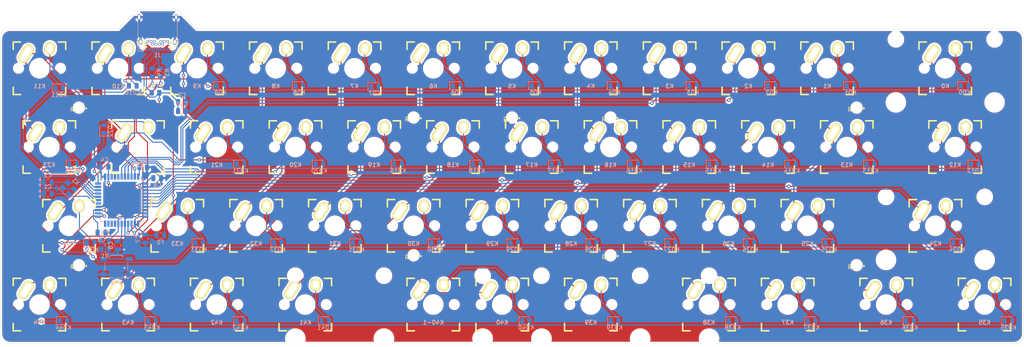
<source format=kicad_pcb>
(kicad_pcb (version 20171130) (host pcbnew 5.1.10-88a1d61d58~88~ubuntu20.04.1)
  (layers (0 F.Cu signal) (31 B.Cu signal) (34 B.Paste user) (35 F.Paste user) (36 B.SilkS user) (37 F.SilkS user) (38 B.Mask user) (39 F.Mask user) (44 Edge.Cuts user))
  (net 0 "")
  (net 1 "Net-(C1-Pad1)")
  (net 2 "Net-(C2-Pad1)")
  (net 3 VCC)
  (net 4 "Net-(C10-Pad2)")
  (net 5 "Net-(J1-PadA5)")
  (net 6 "Net-(J1-PadA6)")
  (net 7 "Net-(J1-PadA7)")
  (net 8 "Net-(J1-PadB5)")
  (net 9 "Net-(K0-Pad2)")
  (net 10 /col0)
  (net 11 "Net-(K1-Pad2)")
  (net 12 /col1)
  (net 13 "Net-(K2-Pad2)")
  (net 14 /col2)
  (net 15 /col3)
  (net 16 "Net-(K3-Pad2)")
  (net 17 /col4)
  (net 18 "Net-(K4-Pad2)")
  (net 19 "Net-(K5-Pad2)")
  (net 20 /col5)
  (net 21 /col6)
  (net 22 "Net-(K6-Pad2)")
  (net 23 "Net-(K7-Pad2)")
  (net 24 /col7)
  (net 25 /col8)
  (net 26 "Net-(K8-Pad2)")
  (net 27 /col9)
  (net 28 "Net-(K9-Pad2)")
  (net 29 "Net-(K10-Pad2)")
  (net 30 /col10)
  (net 31 /col11)
  (net 32 "Net-(K11-Pad2)")
  (net 33 "Net-(K12-Pad2)")
  (net 34 "Net-(K13-Pad2)")
  (net 35 "Net-(K14-Pad2)")
  (net 36 "Net-(K15-Pad2)")
  (net 37 "Net-(K16-Pad2)")
  (net 38 "Net-(K17-Pad2)")
  (net 39 "Net-(K18-Pad2)")
  (net 40 "Net-(K19-Pad2)")
  (net 41 "Net-(K20-Pad2)")
  (net 42 "Net-(K21-Pad2)")
  (net 43 "Net-(K22-Pad2)")
  (net 44 "Net-(K23-Pad2)")
  (net 45 "Net-(K24-Pad2)")
  (net 46 "Net-(K25-Pad2)")
  (net 47 "Net-(K26-Pad2)")
  (net 48 "Net-(K27-Pad2)")
  (net 49 "Net-(K28-Pad2)")
  (net 50 "Net-(K29-Pad2)")
  (net 51 "Net-(K30-Pad2)")
  (net 52 "Net-(K31-Pad2)")
  (net 53 "Net-(K32-Pad2)")
  (net 54 "Net-(K33-Pad2)")
  (net 55 "Net-(K34-Pad2)")
  (net 56 "Net-(K35-Pad2)")
  (net 57 "Net-(K36-Pad2)")
  (net 58 "Net-(K37-Pad2)")
  (net 59 "Net-(K38-Pad2)")
  (net 60 "Net-(K39-Pad2)")
  (net 61 "Net-(K41-Pad2)")
  (net 62 "Net-(K42-Pad2)")
  (net 63 "Net-(K43-Pad2)")
  (net 64 "Net-(K44-Pad2)")
  (net 65 /row0)
  (net 66 /row1)
  (net 67 /row2)
  (net 68 /row3)
  (net 69 "Net-(R1-Pad1)")
  (net 70 "Net-(R2-Pad2)")
  (net 71 "Net-(R3-Pad1)")
  (net 72 "Net-(R4-Pad1)")
  (net 73 "Net-(U1-Pad1)")
  (net 74 "Net-(U1-Pad8)")
  (net 75 "Net-(U1-Pad9)")
  (net 76 "Net-(U1-Pad10)")
  (net 77 "Net-(U1-Pad11)")
  (net 78 "Net-(U1-Pad12)")
  (net 79 "Net-(U1-Pad25)")
  (net 80 "Net-(U1-Pad26)")
  (net 81 "Net-(U1-Pad27)")
  (net 82 "Net-(U1-Pad42)")
  (net 83 "Net-(K40-1-Pad2)")
  (net 84 "Net-(C8-Pad1)")
  (net 85 GND)
  (module keyboard_parts:2m_bolt_pad (layer F.Cu) (at 171.45 114.3)
    (fp_text reference REF** (at 0 0.5) (layer F.SilkS))
    (fp_text value 2m_bolt_pad)
    (pad "" np_thru_hole circle (at 0 0) (size 2 2) (drill 2) (layers *.Cu *.Mask))
  )
  (module keyboard_parts:2m_bolt_pad (layer F.Cu) (at 123.825 114.3)
    (fp_text reference REF** (at 0 0.5) (layer F.SilkS))
    (fp_text value 2m_bolt_pad)
    (pad "" np_thru_hole circle (at 0 0) (size 2 2) (drill 2) (layers *.Cu *.Mask))
  )
  (module keyboard_parts:2m_bolt_pad (layer F.Cu) (at 171.45 80.9625)
    (fp_text reference REF** (at 0 0.5) (layer F.SilkS))
    (fp_text value 2m_bolt_pad)
    (pad "" np_thru_hole circle (at 0 0) (size 2 2) (drill 2) (layers *.Cu *.Mask))
  )
  (module keyboard_parts:2m_bolt_pad (layer F.Cu) (at 123.825 80.9625)
    (fp_text reference REF** (at 0 0.5) (layer F.SilkS))
    (fp_text value 2m_bolt_pad)
    (pad "" np_thru_hole circle (at 0 0) (size 2 2) (drill 2) (layers *.Cu *.Mask))
  )
  (module keyboard_parts:2m_bolt_pad (layer F.Cu) (at 147.6375 80.9625)
    (fp_text reference REF** (at 0 0.5) (layer F.SilkS))
    (fp_text value 2m_bolt_pad)
    (pad "" np_thru_hole circle (at 0 0) (size 2 2) (drill 2) (layers *.Cu *.Mask))
  )
  (module keyboard_parts:2m_bolt_pad (layer F.Cu) (at 230.98125 78.58125)
    (fp_text reference REF** (at 0 0.5) (layer F.SilkS))
    (fp_text value 2m_bolt_pad)
    (pad "" np_thru_hole circle (at 0 0) (size 2 2) (drill 2) (layers *.Cu *.Mask))
  )
  (module keyboard_parts:2m_bolt_pad (layer F.Cu) (at 230.98125 116.68125)
    (fp_text reference REF** (at 0 0.5) (layer F.SilkS))
    (fp_text value 2m_bolt_pad)
    (pad "" np_thru_hole circle (at 0 0) (size 2 2) (drill 2) (layers *.Cu *.Mask))
  )
  (module keyboard_parts:2m_bolt_pad (layer F.Cu) (at 42.8625 116.68125)
    (fp_text reference REF** (at 0 0.5) (layer F.SilkS))
    (fp_text value 2m_bolt_pad)
    (pad "" np_thru_hole circle (at 0 0) (size 2 2) (drill 2) (layers *.Cu *.Mask))
  )
  (module keyboard_parts:2m_bolt_pad (layer F.Cu) (at 42.8625 78.58125)
    (fp_text reference REF** (at 0 0.5) (layer F.SilkS))
    (fp_text value 2m_bolt_pad)
    (pad "" np_thru_hole circle (at 0 0) (size 2 2) (drill 2) (layers *.Cu *.Mask))
  )
  (module Crystal:Crystal_SMD_TXC_7M-4Pin_3.2x2.5mm (layer B.Cu) (at 40.35 98.15 135)
    (fp_text reference X1 (at 0 2.45 135) (layer B.SilkS) (effects (justify mirror)))
    (fp_text value Crystal_GND24)
    (pad 4 smd rect (at -1.1 0.85 135) (size 1.4 1.2) (layers B.Cu B.Paste B.Mask) (net 85 GND))
    (pad 3 smd rect (at 1.1 0.85 135) (size 1.4 1.2) (layers B.Cu B.Paste B.Mask) (net 2 "Net-(C2-Pad1)"))
    (pad 2 smd rect (at 1.1 -0.85 135) (size 1.4 1.2) (layers B.Cu B.Paste B.Mask) (net 85 GND))
    (pad 1 smd rect (at -1.1 -0.85 135) (size 1.4 1.2) (layers B.Cu B.Paste B.Mask) (net 1 "Net-(C1-Pad1)"))
  )
  (module Resistor_SMD:R_0805_2012Metric (layer B.Cu) (at 61.4125 75 180)
    (fp_text reference R100 (at 0 1.65) (layer B.SilkS) (effects (justify mirror)))
    (fp_text value 56k)
    (pad 2 smd roundrect (at 0.9125 0 180) (size 1.025 1.4) (layers B.Cu B.Paste B.Mask) (roundrect_rratio 0.243902) (net 5 "Net-(J1-PadA5)"))
    (pad 1 smd roundrect (at -0.9125 0 180) (size 1.025 1.4) (layers B.Cu B.Paste B.Mask) (roundrect_rratio 0.243902) (net 4 "Net-(C10-Pad2)"))
  )
  (module Resistor_SMD:R_0805_2012Metric (layer B.Cu) (at 60.6 70.0625 90)
    (fp_text reference R4 (at 0 1.65 90) (layer B.SilkS) (effects (justify mirror)))
    (fp_text value 22)
    (pad 2 smd roundrect (at 0.9125 0 90) (size 1.025 1.4) (layers B.Cu B.Paste B.Mask) (roundrect_rratio 0.243902) (net 6 "Net-(J1-PadA6)"))
    (pad 1 smd roundrect (at -0.9125 0 90) (size 1.025 1.4) (layers B.Cu B.Paste B.Mask) (roundrect_rratio 0.243902) (net 72 "Net-(R4-Pad1)"))
  )
  (module Resistor_SMD:R_0805_2012Metric (layer B.Cu) (at 62.6 70.0375 90)
    (fp_text reference R3 (at 0 1.65 90) (layer B.SilkS) (effects (justify mirror)))
    (fp_text value 22)
    (pad 2 smd roundrect (at 0.9125 0 90) (size 1.025 1.4) (layers B.Cu B.Paste B.Mask) (roundrect_rratio 0.243902) (net 7 "Net-(J1-PadA7)"))
    (pad 1 smd roundrect (at -0.9125 0 90) (size 1.025 1.4) (layers B.Cu B.Paste B.Mask) (roundrect_rratio 0.243902) (net 71 "Net-(R3-Pad1)"))
  )
  (module Resistor_SMD:R_0805_2012Metric (layer B.Cu) (at 58.4125 93 180)
    (fp_text reference R2 (at 0 1.65) (layer B.SilkS) (effects (justify mirror)))
    (fp_text value 10k)
    (pad 2 smd roundrect (at 0.9125 0 180) (size 1.025 1.4) (layers B.Cu B.Paste B.Mask) (roundrect_rratio 0.243902) (net 70 "Net-(R2-Pad2)"))
    (pad 1 smd roundrect (at -0.9125 0 180) (size 1.025 1.4) (layers B.Cu B.Paste B.Mask) (roundrect_rratio 0.243902) (net 85 GND))
  )
  (module Resistor_SMD:R_0805_2012Metric (layer B.Cu) (at 49.1875 112.8)
    (fp_text reference R1 (at 0 1.65) (layer B.SilkS) (effects (justify mirror)))
    (fp_text value 10K)
    (pad 2 smd roundrect (at 0.9125 0) (size 1.025 1.4) (layers B.Cu B.Paste B.Mask) (roundrect_rratio 0.243902) (net 3 VCC))
    (pad 1 smd roundrect (at -0.9125 0) (size 1.025 1.4) (layers B.Cu B.Paste B.Mask) (roundrect_rratio 0.243902) (net 69 "Net-(R1-Pad1)"))
  )
  (module Diode_SMD:D_0805_2012Metric (layer B.Cu) (at 38.1 73.81875)
    (fp_text reference KD11 (at 0 1.65) (layer B.SilkS) (effects (justify mirror)))
    (fp_text value D)
    (pad 2 smd roundrect (at 0.9375 0) (size 0.975 1.4) (layers B.Cu B.Paste B.Mask) (net 32 "Net-(K11-Pad2)"))
    (pad 1 smd roundrect (at -0.9375 0) (size 0.975 1.4) (layers B.Cu B.Paste B.Mask) (net 65 /row0))
  )
  (module Fuse:Fuse_0805_2012Metric (layer B.Cu) (at 62.5875 109.475)
    (fp_text reference F0 (at 0 1.65) (layer B.SilkS) (effects (justify mirror)))
    (fp_text value 0.5A)
    (pad 2 smd roundrect (at 0.9375 0) (size 0.975 1.4) (layers B.Cu B.Paste B.Mask) (net 4 "Net-(C10-Pad2)"))
    (pad 1 smd roundrect (at -0.9375 0) (size 0.975 1.4) (layers B.Cu B.Paste B.Mask) (net 3 VCC))
  )
  (module Capacitor_SMD:C_0805_2012Metric (layer B.Cu) (at 67.8 79.425 180)
    (fp_text reference C10 (at 0 1.68) (layer B.SilkS) (effects (justify mirror)))
    (fp_text value 0.1u)
    (pad 2 smd roundrect (at 0.95 0 180) (size 1 1.45) (layers B.Cu B.Paste B.Mask) (net 4 "Net-(C10-Pad2)"))
    (pad 1 smd roundrect (at -0.95 0 180) (size 1 1.45) (layers B.Cu B.Paste B.Mask) (net 85 GND))
  )
  (module Capacitor_SMD:C_0805_2012Metric (layer B.Cu) (at 67.8 77.2 180)
    (fp_text reference C9 (at 0 1.68) (layer B.SilkS) (effects (justify mirror)))
    (fp_text value 10u)
    (pad 2 smd roundrect (at 0.95 0 180) (size 1 1.45) (layers B.Cu B.Paste B.Mask) (net 4 "Net-(C10-Pad2)"))
    (pad 1 smd roundrect (at -0.95 0 180) (size 1 1.45) (layers B.Cu B.Paste B.Mask) (net 85 GND))
  )
  (module Capacitor_SMD:C_0805_2012Metric (layer B.Cu) (at 35.35 96.65 180)
    (fp_text reference C2 (at 0 1.68) (layer B.SilkS) (effects (justify mirror)))
    (fp_text value 18p)
    (pad 2 smd roundrect (at 0.95 0 180) (size 1 1.45) (layers B.Cu B.Paste B.Mask) (net 85 GND))
    (pad 1 smd roundrect (at -0.95 0 180) (size 1 1.45) (layers B.Cu B.Paste B.Mask) (net 2 "Net-(C2-Pad1)"))
  )
  (module Capacitor_SMD:C_0805_2012Metric (layer B.Cu) (at 35.35 99.4 180)
    (fp_text reference C1 (at 0 1.68) (layer B.SilkS) (effects (justify mirror)))
    (fp_text value 18p)
    (pad 2 smd roundrect (at 0.95 0 180) (size 1 1.45) (layers B.Cu B.Paste B.Mask) (net 85 GND))
    (pad 1 smd roundrect (at -0.95 0 180) (size 1 1.45) (layers B.Cu B.Paste B.Mask) (net 1 "Net-(C1-Pad1)"))
  )
  (module Capacitor_SMD:C_0805_2012Metric (layer B.Cu) (at 49.15 110.8 180)
    (fp_text reference C3 (at 0 1.68) (layer B.SilkS) (effects (justify mirror)))
    (fp_text value 0.1u)
    (pad 2 smd roundrect (at 0.95 0 180) (size 1 1.45) (layers B.Cu B.Paste B.Mask) (net 85 GND))
    (pad 1 smd roundrect (at -0.95 0 180) (size 1 1.45) (layers B.Cu B.Paste B.Mask) (net 3 VCC))
  )
  (module Capacitor_SMD:C_0805_2012Metric (layer B.Cu) (at 49.05625 92.86875 180)
    (fp_text reference C4 (at 0 1.68) (layer B.SilkS) (effects (justify mirror)))
    (fp_text value 0.1u)
    (pad 1 smd roundrect (at -0.95 0 180) (size 1 1.45) (layers B.Cu B.Paste B.Mask) (net 3 VCC))
    (pad 2 smd roundrect (at 0.95 0 180) (size 1 1.45) (layers B.Cu B.Paste B.Mask) (net 85 GND))
  )
  (module Capacitor_SMD:C_0805_2012Metric (layer B.Cu) (at 48.35 108.8)
    (fp_text reference C5 (at 0 1.68) (layer B.SilkS) (effects (justify mirror)))
    (fp_text value 0.1u)
    (pad 2 smd roundrect (at 0.95 0) (size 1 1.45) (layers B.Cu B.Paste B.Mask) (net 85 GND))
    (pad 1 smd roundrect (at -0.95 0) (size 1 1.45) (layers B.Cu B.Paste B.Mask) (net 3 VCC))
  )
  (module Capacitor_SMD:C_0805_2012Metric (layer B.Cu) (at 61.825 95.625)
    (fp_text reference C6 (at 0 1.68) (layer B.SilkS) (effects (justify mirror)))
    (fp_text value 0.1u)
    (pad 1 smd roundrect (at -0.95 0) (size 1 1.45) (layers B.Cu B.Paste B.Mask) (net 3 VCC))
    (pad 2 smd roundrect (at 0.95 0) (size 1 1.45) (layers B.Cu B.Paste B.Mask) (net 85 GND))
  )
  (module Capacitor_SMD:C_0805_2012Metric (layer B.Cu) (at 58.9 110.25 270)
    (fp_text reference C7 (at 0 1.68 90) (layer B.SilkS) (effects (justify mirror)))
    (fp_text value 4.7u)
    (pad 2 smd roundrect (at 0.95 0 270) (size 1 1.45) (layers B.Cu B.Paste B.Mask) (net 85 GND))
    (pad 1 smd roundrect (at -0.95 0 270) (size 1 1.45) (layers B.Cu B.Paste B.Mask) (net 3 VCC))
  )
  (module Capacitor_SMD:C_0805_2012Metric (layer B.Cu) (at 52.25 111.9 270)
    (fp_text reference C8 (at 0 1.68 90) (layer B.SilkS) (effects (justify mirror)))
    (fp_text value 1u)
    (pad 1 smd roundrect (at -0.95 0 270) (size 1 1.45) (layers B.Cu B.Paste B.Mask) (net 84 "Net-(C8-Pad1)"))
    (pad 2 smd roundrect (at 0.95 0 270) (size 1 1.45) (layers B.Cu B.Paste B.Mask) (net 85 GND))
  )
  (module Connector_USB:USB_C_Receptacle_Amphenol_12401548E4-2A (layer B.Cu) (at 61.9125 59.53125)
    (fp_text reference J1 (at 0 6.36) (layer B.SilkS) (effects (justify mirror)))
    (fp_text value USB_C_Plug_USB2.0)
    (pad S1 thru_hole oval (at -4.13 3.11) (size 0.8 1.4) (drill oval 0.5 1.1) (layers *.Cu *.Mask) (net 85 GND))
    (pad A1 smd rect (at -2.75 5.02) (size 0.3 0.7) (layers B.Cu B.Paste B.Mask) (net 85 GND))
    (pad A2 smd rect (at -2.25 5.02) (size 0.3 0.7) (layers B.Cu B.Paste B.Mask))
    (pad A3 smd rect (at -1.75 5.02) (size 0.3 0.7) (layers B.Cu B.Paste B.Mask))
    (pad A4 smd rect (at -1.25 5.02) (size 0.3 0.7) (layers B.Cu B.Paste B.Mask) (net 4 "Net-(C10-Pad2)"))
    (pad A5 smd rect (at -0.75 5.02) (size 0.3 0.7) (layers B.Cu B.Paste B.Mask) (net 5 "Net-(J1-PadA5)"))
    (pad A6 smd rect (at -0.25 5.02) (size 0.3 0.7) (layers B.Cu B.Paste B.Mask) (net 6 "Net-(J1-PadA6)"))
    (pad A7 smd rect (at 0.25 5.02) (size 0.3 0.7) (layers B.Cu B.Paste B.Mask) (net 7 "Net-(J1-PadA7)"))
    (pad A12 smd rect (at 2.75 5.02) (size 0.3 0.7) (layers B.Cu B.Paste B.Mask) (net 85 GND))
    (pad A10 smd rect (at 1.75 5.02) (size 0.3 0.7) (layers B.Cu B.Paste B.Mask))
    (pad A9 smd rect (at 1.25 5.02) (size 0.3 0.7) (layers B.Cu B.Paste B.Mask) (net 4 "Net-(C10-Pad2)"))
    (pad A8 smd rect (at 0.75 5.02) (size 0.3 0.7) (layers B.Cu B.Paste B.Mask))
    (pad A11 smd rect (at 2.25 5.02) (size 0.3 0.7) (layers B.Cu B.Paste B.Mask))
    (pad S1 thru_hole oval (at 4.13 3.11) (size 0.8 1.4) (drill oval 0.5 1.1) (layers *.Cu *.Mask) (net 85 GND))
    (pad S1 thru_hole oval (at 4.49 -2.84) (size 0.8 1.4) (drill oval 0.5 1.1) (layers *.Cu *.Mask) (net 85 GND))
    (pad S1 thru_hole oval (at -4.49 -2.84) (size 0.8 1.4) (drill oval 0.5 1.1) (layers *.Cu *.Mask) (net 85 GND))
    (pad "" np_thru_hole oval (at 3.6 4.36) (size 0.95 0.65) (drill oval 0.95 0.65) (layers *.Cu *.Mask))
    (pad "" np_thru_hole circle (at -3.6 4.36) (size 0.65 0.65) (drill 0.65) (layers *.Cu *.Mask))
    (pad B1 thru_hole circle (at 2.8 3.71) (size 0.65 0.65) (drill 0.4) (layers *.Cu *.Mask) (net 85 GND))
    (pad B4 thru_hole circle (at 1.2 3.71) (size 0.65 0.65) (drill 0.4) (layers *.Cu *.Mask) (net 4 "Net-(C10-Pad2)"))
    (pad B6 thru_hole circle (at 0.4 3.71) (size 0.65 0.65) (drill 0.4) (layers *.Cu *.Mask))
    (pad B7 thru_hole circle (at -0.4 3.71) (size 0.65 0.65) (drill 0.4) (layers *.Cu *.Mask))
    (pad B9 thru_hole circle (at -1.2 3.71) (size 0.65 0.65) (drill 0.4) (layers *.Cu *.Mask) (net 4 "Net-(C10-Pad2)"))
    (pad B12 thru_hole circle (at -2.8 3.71) (size 0.65 0.65) (drill 0.4) (layers *.Cu *.Mask) (net 85 GND))
    (pad B2 thru_hole circle (at 2.4 3.01) (size 0.65 0.65) (drill 0.4) (layers *.Cu *.Mask))
    (pad B3 thru_hole circle (at 1.6 3.01) (size 0.65 0.65) (drill 0.4) (layers *.Cu *.Mask))
    (pad B5 thru_hole circle (at 0.8 3.01) (size 0.65 0.65) (drill 0.4) (layers *.Cu *.Mask) (net 8 "Net-(J1-PadB5)"))
    (pad B8 thru_hole circle (at -0.8 3.01) (size 0.65 0.65) (drill 0.4) (layers *.Cu *.Mask))
    (pad B10 thru_hole circle (at -1.6 3.01) (size 0.65 0.65) (drill 0.4) (layers *.Cu *.Mask))
    (pad B11 thru_hole circle (at -2.4 3.01) (size 0.65 0.65) (drill 0.4) (layers *.Cu *.Mask))
  )
  (module keebs:Mx_Alps_200 (layer F.Cu) (at 252.4125 69.05625)
    (fp_text reference K0 (at 0 4.318) (layer B.SilkS) (effects (font (thickness 0.2)) (justify mirror)))
    (fp_text value KEYSW hide)
    (pad 2 thru_hole oval (at 2.52 -4.79 356.1) (size 2.5 3.08) (drill oval 1.5 2.08) (layers *.Cu *.Mask F.SilkS) (net 9 "Net-(K0-Pad2)"))
    (pad 1 thru_hole oval (at -3.255 -3.52 327.5) (size 2.5 4.75) (drill oval 1.5 3.75) (layers *.Cu *.Mask F.SilkS) (net 10 /col0))
    (pad "" np_thru_hole circle (at 11.938 8.255) (size 3.9878 3.9878) (drill 3.9878) (layers *.Cu *.Mask))
    (pad "" np_thru_hole circle (at -11.938 8.255) (size 3.9878 3.9878) (drill 3.9878) (layers *.Cu *.Mask))
    (pad "" np_thru_hole circle (at 11.938 -6.985) (size 3.048 3.048) (drill 3.048) (layers *.Cu *.Mask))
    (pad "" np_thru_hole circle (at -11.938 -6.985) (size 3.048 3.048) (drill 3.048) (layers *.Cu *.Mask))
    (pad "" np_thru_hole circle (at 5.08 0) (size 1.7018 1.7018) (drill 1.7018) (layers *.Cu *.Mask))
    (pad "" np_thru_hole circle (at -5.08 0) (size 1.7018 1.7018) (drill 1.7018) (layers *.Cu *.Mask))
    (pad "" np_thru_hole circle (at 0 0) (size 3.9878 3.9878) (drill 3.9878) (layers *.Cu *.Mask))
  )
  (module keebs:Mx_Alps_100 (layer F.Cu) (at 223.8375 69.05625)
    (fp_text reference K1 (at 0 4.318) (layer B.SilkS) (effects (font (thickness 0.2)) (justify mirror)))
    (fp_text value KEYSW hide)
    (pad 2 thru_hole oval (at 2.52 -4.79 356.1) (size 2.5 3.08) (drill oval 1.5 2.08) (layers *.Cu *.Mask F.SilkS) (net 11 "Net-(K1-Pad2)"))
    (pad 1 thru_hole oval (at -3.255 -3.52 327.5) (size 2.5 4.75) (drill oval 1.5 3.75) (layers *.Cu *.Mask F.SilkS) (net 12 /col1))
    (pad "" np_thru_hole circle (at 5.08 0) (size 1.7018 1.7018) (drill 1.7018) (layers *.Cu *.Mask))
    (pad "" np_thru_hole circle (at -5.08 0) (size 1.7018 1.7018) (drill 1.7018) (layers *.Cu *.Mask))
    (pad "" np_thru_hole circle (at 0 0) (size 3.9878 3.9878) (drill 3.9878) (layers *.Cu *.Mask))
  )
  (module keebs:Mx_Alps_100 (layer F.Cu) (at 204.7875 69.05625)
    (fp_text reference K2 (at 0 4.318) (layer B.SilkS) (effects (font (thickness 0.2)) (justify mirror)))
    (fp_text value KEYSW hide)
    (pad 2 thru_hole oval (at 2.52 -4.79 356.1) (size 2.5 3.08) (drill oval 1.5 2.08) (layers *.Cu *.Mask F.SilkS) (net 13 "Net-(K2-Pad2)"))
    (pad 1 thru_hole oval (at -3.255 -3.52 327.5) (size 2.5 4.75) (drill oval 1.5 3.75) (layers *.Cu *.Mask F.SilkS) (net 14 /col2))
    (pad "" np_thru_hole circle (at 5.08 0) (size 1.7018 1.7018) (drill 1.7018) (layers *.Cu *.Mask))
    (pad "" np_thru_hole circle (at -5.08 0) (size 1.7018 1.7018) (drill 1.7018) (layers *.Cu *.Mask))
    (pad "" np_thru_hole circle (at 0 0) (size 3.9878 3.9878) (drill 3.9878) (layers *.Cu *.Mask))
  )
  (module keebs:Mx_Alps_100 (layer F.Cu) (at 185.7375 69.05625)
    (fp_text reference K3 (at 0 4.318) (layer B.SilkS) (effects (font (thickness 0.2)) (justify mirror)))
    (fp_text value KEYSW hide)
    (pad "" np_thru_hole circle (at 0 0) (size 3.9878 3.9878) (drill 3.9878) (layers *.Cu *.Mask))
    (pad "" np_thru_hole circle (at -5.08 0) (size 1.7018 1.7018) (drill 1.7018) (layers *.Cu *.Mask))
    (pad "" np_thru_hole circle (at 5.08 0) (size 1.7018 1.7018) (drill 1.7018) (layers *.Cu *.Mask))
    (pad 1 thru_hole oval (at -3.255 -3.52 327.5) (size 2.5 4.75) (drill oval 1.5 3.75) (layers *.Cu *.Mask F.SilkS) (net 15 /col3))
    (pad 2 thru_hole oval (at 2.52 -4.79 356.1) (size 2.5 3.08) (drill oval 1.5 2.08) (layers *.Cu *.Mask F.SilkS) (net 16 "Net-(K3-Pad2)"))
  )
  (module keebs:Mx_Alps_100 (layer F.Cu) (at 166.6875 69.05625)
    (fp_text reference K4 (at 0 4.318) (layer B.SilkS) (effects (font (thickness 0.2)) (justify mirror)))
    (fp_text value KEYSW hide)
    (pad "" np_thru_hole circle (at 0 0) (size 3.9878 3.9878) (drill 3.9878) (layers *.Cu *.Mask))
    (pad "" np_thru_hole circle (at -5.08 0) (size 1.7018 1.7018) (drill 1.7018) (layers *.Cu *.Mask))
    (pad "" np_thru_hole circle (at 5.08 0) (size 1.7018 1.7018) (drill 1.7018) (layers *.Cu *.Mask))
    (pad 1 thru_hole oval (at -3.255 -3.52 327.5) (size 2.5 4.75) (drill oval 1.5 3.75) (layers *.Cu *.Mask F.SilkS) (net 17 /col4))
    (pad 2 thru_hole oval (at 2.52 -4.79 356.1) (size 2.5 3.08) (drill oval 1.5 2.08) (layers *.Cu *.Mask F.SilkS) (net 18 "Net-(K4-Pad2)"))
  )
  (module keebs:Mx_Alps_100 (layer F.Cu) (at 147.6375 69.05625)
    (fp_text reference K5 (at 0 4.318) (layer B.SilkS) (effects (font (thickness 0.2)) (justify mirror)))
    (fp_text value KEYSW hide)
    (pad 2 thru_hole oval (at 2.52 -4.79 356.1) (size 2.5 3.08) (drill oval 1.5 2.08) (layers *.Cu *.Mask F.SilkS) (net 19 "Net-(K5-Pad2)"))
    (pad 1 thru_hole oval (at -3.255 -3.52 327.5) (size 2.5 4.75) (drill oval 1.5 3.75) (layers *.Cu *.Mask F.SilkS) (net 20 /col5))
    (pad "" np_thru_hole circle (at 5.08 0) (size 1.7018 1.7018) (drill 1.7018) (layers *.Cu *.Mask))
    (pad "" np_thru_hole circle (at -5.08 0) (size 1.7018 1.7018) (drill 1.7018) (layers *.Cu *.Mask))
    (pad "" np_thru_hole circle (at 0 0) (size 3.9878 3.9878) (drill 3.9878) (layers *.Cu *.Mask))
  )
  (module keebs:Mx_Alps_100 (layer F.Cu) (at 128.5875 69.05625)
    (fp_text reference K6 (at 0 4.318) (layer B.SilkS) (effects (font (thickness 0.2)) (justify mirror)))
    (fp_text value KEYSW hide)
    (pad "" np_thru_hole circle (at 0 0) (size 3.9878 3.9878) (drill 3.9878) (layers *.Cu *.Mask))
    (pad "" np_thru_hole circle (at -5.08 0) (size 1.7018 1.7018) (drill 1.7018) (layers *.Cu *.Mask))
    (pad "" np_thru_hole circle (at 5.08 0) (size 1.7018 1.7018) (drill 1.7018) (layers *.Cu *.Mask))
    (pad 1 thru_hole oval (at -3.255 -3.52 327.5) (size 2.5 4.75) (drill oval 1.5 3.75) (layers *.Cu *.Mask F.SilkS) (net 21 /col6))
    (pad 2 thru_hole oval (at 2.52 -4.79 356.1) (size 2.5 3.08) (drill oval 1.5 2.08) (layers *.Cu *.Mask F.SilkS) (net 22 "Net-(K6-Pad2)"))
  )
  (module keebs:Mx_Alps_100 (layer F.Cu) (at 109.5375 69.05625)
    (fp_text reference K7 (at 0 4.318) (layer B.SilkS) (effects (font (thickness 0.2)) (justify mirror)))
    (fp_text value KEYSW hide)
    (pad 2 thru_hole oval (at 2.52 -4.79 356.1) (size 2.5 3.08) (drill oval 1.5 2.08) (layers *.Cu *.Mask F.SilkS) (net 23 "Net-(K7-Pad2)"))
    (pad 1 thru_hole oval (at -3.255 -3.52 327.5) (size 2.5 4.75) (drill oval 1.5 3.75) (layers *.Cu *.Mask F.SilkS) (net 24 /col7))
    (pad "" np_thru_hole circle (at 5.08 0) (size 1.7018 1.7018) (drill 1.7018) (layers *.Cu *.Mask))
    (pad "" np_thru_hole circle (at -5.08 0) (size 1.7018 1.7018) (drill 1.7018) (layers *.Cu *.Mask))
    (pad "" np_thru_hole circle (at 0 0) (size 3.9878 3.9878) (drill 3.9878) (layers *.Cu *.Mask))
  )
  (module keebs:Mx_Alps_100 (layer F.Cu) (at 90.4875 69.05625)
    (fp_text reference K8 (at 0 4.318) (layer B.SilkS) (effects (font (thickness 0.2)) (justify mirror)))
    (fp_text value KEYSW hide)
    (pad "" np_thru_hole circle (at 0 0) (size 3.9878 3.9878) (drill 3.9878) (layers *.Cu *.Mask))
    (pad "" np_thru_hole circle (at -5.08 0) (size 1.7018 1.7018) (drill 1.7018) (layers *.Cu *.Mask))
    (pad "" np_thru_hole circle (at 5.08 0) (size 1.7018 1.7018) (drill 1.7018) (layers *.Cu *.Mask))
    (pad 1 thru_hole oval (at -3.255 -3.52 327.5) (size 2.5 4.75) (drill oval 1.5 3.75) (layers *.Cu *.Mask F.SilkS) (net 25 /col8))
    (pad 2 thru_hole oval (at 2.52 -4.79 356.1) (size 2.5 3.08) (drill oval 1.5 2.08) (layers *.Cu *.Mask F.SilkS) (net 26 "Net-(K8-Pad2)"))
  )
  (module keebs:Mx_Alps_100 (layer F.Cu) (at 71.4375 69.05625)
    (fp_text reference K9 (at 0 4.318) (layer B.SilkS) (effects (font (thickness 0.2)) (justify mirror)))
    (fp_text value KEYSW hide)
    (pad "" np_thru_hole circle (at 0 0) (size 3.9878 3.9878) (drill 3.9878) (layers *.Cu *.Mask))
    (pad "" np_thru_hole circle (at -5.08 0) (size 1.7018 1.7018) (drill 1.7018) (layers *.Cu *.Mask))
    (pad "" np_thru_hole circle (at 5.08 0) (size 1.7018 1.7018) (drill 1.7018) (layers *.Cu *.Mask))
    (pad 1 thru_hole oval (at -3.255 -3.52 327.5) (size 2.5 4.75) (drill oval 1.5 3.75) (layers *.Cu *.Mask F.SilkS) (net 27 /col9))
    (pad 2 thru_hole oval (at 2.52 -4.79 356.1) (size 2.5 3.08) (drill oval 1.5 2.08) (layers *.Cu *.Mask F.SilkS) (net 28 "Net-(K9-Pad2)"))
  )
  (module keebs:Mx_Alps_100 (layer F.Cu) (at 52.3875 69.05625)
    (fp_text reference K10 (at 0 4.318) (layer B.SilkS) (effects (font (thickness 0.2)) (justify mirror)))
    (fp_text value KEYSW hide)
    (pad 2 thru_hole oval (at 2.52 -4.79 356.1) (size 2.5 3.08) (drill oval 1.5 2.08) (layers *.Cu *.Mask F.SilkS) (net 29 "Net-(K10-Pad2)"))
    (pad 1 thru_hole oval (at -3.255 -3.52 327.5) (size 2.5 4.75) (drill oval 1.5 3.75) (layers *.Cu *.Mask F.SilkS) (net 30 /col10))
    (pad "" np_thru_hole circle (at 5.08 0) (size 1.7018 1.7018) (drill 1.7018) (layers *.Cu *.Mask))
    (pad "" np_thru_hole circle (at -5.08 0) (size 1.7018 1.7018) (drill 1.7018) (layers *.Cu *.Mask))
    (pad "" np_thru_hole circle (at 0 0) (size 3.9878 3.9878) (drill 3.9878) (layers *.Cu *.Mask))
  )
  (module keebs:Mx_Alps_100 (layer F.Cu) (at 33.3375 69.05625)
    (fp_text reference K11 (at 0 4.318) (layer B.SilkS) (effects (font (thickness 0.2)) (justify mirror)))
    (fp_text value KEYSW hide)
    (pad "" np_thru_hole circle (at 0 0) (size 3.9878 3.9878) (drill 3.9878) (layers *.Cu *.Mask))
    (pad "" np_thru_hole circle (at -5.08 0) (size 1.7018 1.7018) (drill 1.7018) (layers *.Cu *.Mask))
    (pad "" np_thru_hole circle (at 5.08 0) (size 1.7018 1.7018) (drill 1.7018) (layers *.Cu *.Mask))
    (pad 1 thru_hole oval (at -3.255 -3.52 327.5) (size 2.5 4.75) (drill oval 1.5 3.75) (layers *.Cu *.Mask F.SilkS) (net 31 /col11))
    (pad 2 thru_hole oval (at 2.52 -4.79 356.1) (size 2.5 3.08) (drill oval 1.5 2.08) (layers *.Cu *.Mask F.SilkS) (net 32 "Net-(K11-Pad2)"))
  )
  (module keebs:Mx_Alps_175 (layer F.Cu) (at 254.79375 88.10625)
    (fp_text reference K12 (at 0 4.318) (layer B.SilkS) (effects (font (thickness 0.2)) (justify mirror)))
    (fp_text value KEYSW hide)
    (pad "" np_thru_hole circle (at 0 0) (size 3.9878 3.9878) (drill 3.9878) (layers *.Cu *.Mask))
    (pad "" np_thru_hole circle (at -5.08 0) (size 1.7018 1.7018) (drill 1.7018) (layers *.Cu *.Mask))
    (pad "" np_thru_hole circle (at 5.08 0) (size 1.7018 1.7018) (drill 1.7018) (layers *.Cu *.Mask))
    (pad 1 thru_hole oval (at -3.255 -3.52 327.5) (size 2.5 4.75) (drill oval 1.5 3.75) (layers *.Cu *.Mask F.SilkS) (net 10 /col0))
    (pad 2 thru_hole oval (at 2.52 -4.79 356.1) (size 2.5 3.08) (drill oval 1.5 2.08) (layers *.Cu *.Mask F.SilkS) (net 33 "Net-(K12-Pad2)"))
  )
  (module keebs:Mx_Alps_100 (layer F.Cu) (at 228.6 88.10625)
    (fp_text reference K13 (at 0 4.318) (layer B.SilkS) (effects (font (thickness 0.2)) (justify mirror)))
    (fp_text value KEYSW hide)
    (pad "" np_thru_hole circle (at 0 0) (size 3.9878 3.9878) (drill 3.9878) (layers *.Cu *.Mask))
    (pad "" np_thru_hole circle (at -5.08 0) (size 1.7018 1.7018) (drill 1.7018) (layers *.Cu *.Mask))
    (pad "" np_thru_hole circle (at 5.08 0) (size 1.7018 1.7018) (drill 1.7018) (layers *.Cu *.Mask))
    (pad 1 thru_hole oval (at -3.255 -3.52 327.5) (size 2.5 4.75) (drill oval 1.5 3.75) (layers *.Cu *.Mask F.SilkS) (net 12 /col1))
    (pad 2 thru_hole oval (at 2.52 -4.79 356.1) (size 2.5 3.08) (drill oval 1.5 2.08) (layers *.Cu *.Mask F.SilkS) (net 34 "Net-(K13-Pad2)"))
  )
  (module keebs:Mx_Alps_100 (layer F.Cu) (at 209.55 88.10625)
    (fp_text reference K14 (at 0 4.318) (layer B.SilkS) (effects (font (thickness 0.2)) (justify mirror)))
    (fp_text value KEYSW hide)
    (pad "" np_thru_hole circle (at 0 0) (size 3.9878 3.9878) (drill 3.9878) (layers *.Cu *.Mask))
    (pad "" np_thru_hole circle (at -5.08 0) (size 1.7018 1.7018) (drill 1.7018) (layers *.Cu *.Mask))
    (pad "" np_thru_hole circle (at 5.08 0) (size 1.7018 1.7018) (drill 1.7018) (layers *.Cu *.Mask))
    (pad 1 thru_hole oval (at -3.255 -3.52 327.5) (size 2.5 4.75) (drill oval 1.5 3.75) (layers *.Cu *.Mask F.SilkS) (net 14 /col2))
    (pad 2 thru_hole oval (at 2.52 -4.79 356.1) (size 2.5 3.08) (drill oval 1.5 2.08) (layers *.Cu *.Mask F.SilkS) (net 35 "Net-(K14-Pad2)"))
  )
  (module keebs:Mx_Alps_100 (layer F.Cu) (at 190.5 88.10625)
    (fp_text reference K15 (at 0 4.318) (layer B.SilkS) (effects (font (thickness 0.2)) (justify mirror)))
    (fp_text value KEYSW hide)
    (pad "" np_thru_hole circle (at 0 0) (size 3.9878 3.9878) (drill 3.9878) (layers *.Cu *.Mask))
    (pad "" np_thru_hole circle (at -5.08 0) (size 1.7018 1.7018) (drill 1.7018) (layers *.Cu *.Mask))
    (pad "" np_thru_hole circle (at 5.08 0) (size 1.7018 1.7018) (drill 1.7018) (layers *.Cu *.Mask))
    (pad 1 thru_hole oval (at -3.255 -3.52 327.5) (size 2.5 4.75) (drill oval 1.5 3.75) (layers *.Cu *.Mask F.SilkS) (net 15 /col3))
    (pad 2 thru_hole oval (at 2.52 -4.79 356.1) (size 2.5 3.08) (drill oval 1.5 2.08) (layers *.Cu *.Mask F.SilkS) (net 36 "Net-(K15-Pad2)"))
  )
  (module keebs:Mx_Alps_100 (layer F.Cu) (at 171.45 88.10625)
    (fp_text reference K16 (at 0 4.318) (layer B.SilkS) (effects (font (thickness 0.2)) (justify mirror)))
    (fp_text value KEYSW hide)
    (pad "" np_thru_hole circle (at 0 0) (size 3.9878 3.9878) (drill 3.9878) (layers *.Cu *.Mask))
    (pad "" np_thru_hole circle (at -5.08 0) (size 1.7018 1.7018) (drill 1.7018) (layers *.Cu *.Mask))
    (pad "" np_thru_hole circle (at 5.08 0) (size 1.7018 1.7018) (drill 1.7018) (layers *.Cu *.Mask))
    (pad 1 thru_hole oval (at -3.255 -3.52 327.5) (size 2.5 4.75) (drill oval 1.5 3.75) (layers *.Cu *.Mask F.SilkS) (net 17 /col4))
    (pad 2 thru_hole oval (at 2.52 -4.79 356.1) (size 2.5 3.08) (drill oval 1.5 2.08) (layers *.Cu *.Mask F.SilkS) (net 37 "Net-(K16-Pad2)"))
  )
  (module keebs:Mx_Alps_100 (layer F.Cu) (at 152.4 88.10625)
    (fp_text reference K17 (at 0 4.318) (layer B.SilkS) (effects (font (thickness 0.2)) (justify mirror)))
    (fp_text value KEYSW hide)
    (pad 2 thru_hole oval (at 2.52 -4.79 356.1) (size 2.5 3.08) (drill oval 1.5 2.08) (layers *.Cu *.Mask F.SilkS) (net 38 "Net-(K17-Pad2)"))
    (pad 1 thru_hole oval (at -3.255 -3.52 327.5) (size 2.5 4.75) (drill oval 1.5 3.75) (layers *.Cu *.Mask F.SilkS) (net 20 /col5))
    (pad "" np_thru_hole circle (at 5.08 0) (size 1.7018 1.7018) (drill 1.7018) (layers *.Cu *.Mask))
    (pad "" np_thru_hole circle (at -5.08 0) (size 1.7018 1.7018) (drill 1.7018) (layers *.Cu *.Mask))
    (pad "" np_thru_hole circle (at 0 0) (size 3.9878 3.9878) (drill 3.9878) (layers *.Cu *.Mask))
  )
  (module keebs:Mx_Alps_100 (layer F.Cu) (at 133.35 88.10625)
    (fp_text reference K18 (at 0 4.318) (layer B.SilkS) (effects (font (thickness 0.2)) (justify mirror)))
    (fp_text value KEYSW hide)
    (pad "" np_thru_hole circle (at 0 0) (size 3.9878 3.9878) (drill 3.9878) (layers *.Cu *.Mask))
    (pad "" np_thru_hole circle (at -5.08 0) (size 1.7018 1.7018) (drill 1.7018) (layers *.Cu *.Mask))
    (pad "" np_thru_hole circle (at 5.08 0) (size 1.7018 1.7018) (drill 1.7018) (layers *.Cu *.Mask))
    (pad 1 thru_hole oval (at -3.255 -3.52 327.5) (size 2.5 4.75) (drill oval 1.5 3.75) (layers *.Cu *.Mask F.SilkS) (net 21 /col6))
    (pad 2 thru_hole oval (at 2.52 -4.79 356.1) (size 2.5 3.08) (drill oval 1.5 2.08) (layers *.Cu *.Mask F.SilkS) (net 39 "Net-(K18-Pad2)"))
  )
  (module keebs:Mx_Alps_100 (layer F.Cu) (at 114.3 88.10625)
    (fp_text reference K19 (at 0 4.318) (layer B.SilkS) (effects (font (thickness 0.2)) (justify mirror)))
    (fp_text value KEYSW hide)
    (pad 2 thru_hole oval (at 2.52 -4.79 356.1) (size 2.5 3.08) (drill oval 1.5 2.08) (layers *.Cu *.Mask F.SilkS) (net 40 "Net-(K19-Pad2)"))
    (pad 1 thru_hole oval (at -3.255 -3.52 327.5) (size 2.5 4.75) (drill oval 1.5 3.75) (layers *.Cu *.Mask F.SilkS) (net 24 /col7))
    (pad "" np_thru_hole circle (at 5.08 0) (size 1.7018 1.7018) (drill 1.7018) (layers *.Cu *.Mask))
    (pad "" np_thru_hole circle (at -5.08 0) (size 1.7018 1.7018) (drill 1.7018) (layers *.Cu *.Mask))
    (pad "" np_thru_hole circle (at 0 0) (size 3.9878 3.9878) (drill 3.9878) (layers *.Cu *.Mask))
  )
  (module keebs:Mx_Alps_100 (layer F.Cu) (at 95.25 88.10625)
    (fp_text reference K20 (at 0 4.318) (layer B.SilkS) (effects (font (thickness 0.2)) (justify mirror)))
    (fp_text value KEYSW hide)
    (pad "" np_thru_hole circle (at 0 0) (size 3.9878 3.9878) (drill 3.9878) (layers *.Cu *.Mask))
    (pad "" np_thru_hole circle (at -5.08 0) (size 1.7018 1.7018) (drill 1.7018) (layers *.Cu *.Mask))
    (pad "" np_thru_hole circle (at 5.08 0) (size 1.7018 1.7018) (drill 1.7018) (layers *.Cu *.Mask))
    (pad 1 thru_hole oval (at -3.255 -3.52 327.5) (size 2.5 4.75) (drill oval 1.5 3.75) (layers *.Cu *.Mask F.SilkS) (net 25 /col8))
    (pad 2 thru_hole oval (at 2.52 -4.79 356.1) (size 2.5 3.08) (drill oval 1.5 2.08) (layers *.Cu *.Mask F.SilkS) (net 41 "Net-(K20-Pad2)"))
  )
  (module keebs:Mx_Alps_100 (layer F.Cu) (at 76.2 88.10625)
    (fp_text reference K21 (at 0 4.318) (layer B.SilkS) (effects (font (thickness 0.2)) (justify mirror)))
    (fp_text value KEYSW hide)
    (pad 2 thru_hole oval (at 2.52 -4.79 356.1) (size 2.5 3.08) (drill oval 1.5 2.08) (layers *.Cu *.Mask F.SilkS) (net 42 "Net-(K21-Pad2)"))
    (pad 1 thru_hole oval (at -3.255 -3.52 327.5) (size 2.5 4.75) (drill oval 1.5 3.75) (layers *.Cu *.Mask F.SilkS) (net 27 /col9))
    (pad "" np_thru_hole circle (at 5.08 0) (size 1.7018 1.7018) (drill 1.7018) (layers *.Cu *.Mask))
    (pad "" np_thru_hole circle (at -5.08 0) (size 1.7018 1.7018) (drill 1.7018) (layers *.Cu *.Mask))
    (pad "" np_thru_hole circle (at 0 0) (size 3.9878 3.9878) (drill 3.9878) (layers *.Cu *.Mask))
  )
  (module keebs:Mx_Alps_100 (layer F.Cu) (at 57.15 88.10625)
    (fp_text reference K22 (at 0 4.318) (layer B.SilkS) (effects (font (thickness 0.2)) (justify mirror)))
    (fp_text value KEYSW hide)
    (pad "" np_thru_hole circle (at 0 0) (size 3.9878 3.9878) (drill 3.9878) (layers *.Cu *.Mask))
    (pad "" np_thru_hole circle (at -5.08 0) (size 1.7018 1.7018) (drill 1.7018) (layers *.Cu *.Mask))
    (pad "" np_thru_hole circle (at 5.08 0) (size 1.7018 1.7018) (drill 1.7018) (layers *.Cu *.Mask))
    (pad 1 thru_hole oval (at -3.255 -3.52 327.5) (size 2.5 4.75) (drill oval 1.5 3.75) (layers *.Cu *.Mask F.SilkS) (net 30 /col10))
    (pad 2 thru_hole oval (at 2.52 -4.79 356.1) (size 2.5 3.08) (drill oval 1.5 2.08) (layers *.Cu *.Mask F.SilkS) (net 43 "Net-(K22-Pad2)"))
  )
  (module keebs:Mx_Alps_125 (layer F.Cu) (at 35.71875 88.10625)
    (fp_text reference K23 (at 0 4.318) (layer B.SilkS) (effects (font (thickness 0.2)) (justify mirror)))
    (fp_text value KEYSW hide)
    (pad 2 thru_hole oval (at 2.52 -4.79 356.1) (size 2.5 3.08) (drill oval 1.5 2.08) (layers *.Cu *.Mask F.SilkS) (net 44 "Net-(K23-Pad2)"))
    (pad 1 thru_hole oval (at -3.255 -3.52 327.5) (size 2.5 4.75) (drill oval 1.5 3.75) (layers *.Cu *.Mask F.SilkS) (net 31 /col11))
    (pad "" np_thru_hole circle (at 5.08 0) (size 1.7018 1.7018) (drill 1.7018) (layers *.Cu *.Mask))
    (pad "" np_thru_hole circle (at -5.08 0) (size 1.7018 1.7018) (drill 1.7018) (layers *.Cu *.Mask))
    (pad "" np_thru_hole circle (at 0 0) (size 3.9878 3.9878) (drill 3.9878) (layers *.Cu *.Mask))
  )
  (module keebs:Mx_Alps_225 (layer F.Cu) (at 250.03125 107.15625)
    (fp_text reference K24 (at 0 4.318) (layer B.SilkS) (effects (font (thickness 0.2)) (justify mirror)))
    (fp_text value KEYSW hide)
    (pad "" np_thru_hole circle (at 0 0) (size 3.9878 3.9878) (drill 3.9878) (layers *.Cu *.Mask))
    (pad "" np_thru_hole circle (at -5.08 0) (size 1.7018 1.7018) (drill 1.7018) (layers *.Cu *.Mask))
    (pad "" np_thru_hole circle (at 5.08 0) (size 1.7018 1.7018) (drill 1.7018) (layers *.Cu *.Mask))
    (pad "" np_thru_hole circle (at -11.938 -6.985) (size 3.048 3.048) (drill 3.048) (layers *.Cu *.Mask))
    (pad "" np_thru_hole circle (at 11.938 -6.985) (size 3.048 3.048) (drill 3.048) (layers *.Cu *.Mask))
    (pad "" np_thru_hole circle (at -11.938 8.255) (size 3.9878 3.9878) (drill 3.9878) (layers *.Cu *.Mask))
    (pad "" np_thru_hole circle (at 11.938 8.255) (size 3.9878 3.9878) (drill 3.9878) (layers *.Cu *.Mask))
    (pad 1 thru_hole oval (at -3.255 -3.52 327.5) (size 2.5 4.75) (drill oval 1.5 3.75) (layers *.Cu *.Mask F.SilkS) (net 10 /col0))
    (pad 2 thru_hole oval (at 2.52 -4.79 356.1) (size 2.5 3.08) (drill oval 1.5 2.08) (layers *.Cu *.Mask F.SilkS) (net 45 "Net-(K24-Pad2)"))
  )
  (module keebs:Mx_Alps_100 (layer F.Cu) (at 219.075 107.15625)
    (fp_text reference K25 (at 0 4.318) (layer B.SilkS) (effects (font (thickness 0.2)) (justify mirror)))
    (fp_text value KEYSW hide)
    (pad "" np_thru_hole circle (at 0 0) (size 3.9878 3.9878) (drill 3.9878) (layers *.Cu *.Mask))
    (pad "" np_thru_hole circle (at -5.08 0) (size 1.7018 1.7018) (drill 1.7018) (layers *.Cu *.Mask))
    (pad "" np_thru_hole circle (at 5.08 0) (size 1.7018 1.7018) (drill 1.7018) (layers *.Cu *.Mask))
    (pad 1 thru_hole oval (at -3.255 -3.52 327.5) (size 2.5 4.75) (drill oval 1.5 3.75) (layers *.Cu *.Mask F.SilkS) (net 12 /col1))
    (pad 2 thru_hole oval (at 2.52 -4.79 356.1) (size 2.5 3.08) (drill oval 1.5 2.08) (layers *.Cu *.Mask F.SilkS) (net 46 "Net-(K25-Pad2)"))
  )
  (module keebs:Mx_Alps_100 (layer F.Cu) (at 200.025 107.15625)
    (fp_text reference K26 (at 0 4.318) (layer B.SilkS) (effects (font (thickness 0.2)) (justify mirror)))
    (fp_text value KEYSW hide)
    (pad 2 thru_hole oval (at 2.52 -4.79 356.1) (size 2.5 3.08) (drill oval 1.5 2.08) (layers *.Cu *.Mask F.SilkS) (net 47 "Net-(K26-Pad2)"))
    (pad 1 thru_hole oval (at -3.255 -3.52 327.5) (size 2.5 4.75) (drill oval 1.5 3.75) (layers *.Cu *.Mask F.SilkS) (net 14 /col2))
    (pad "" np_thru_hole circle (at 5.08 0) (size 1.7018 1.7018) (drill 1.7018) (layers *.Cu *.Mask))
    (pad "" np_thru_hole circle (at -5.08 0) (size 1.7018 1.7018) (drill 1.7018) (layers *.Cu *.Mask))
    (pad "" np_thru_hole circle (at 0 0) (size 3.9878 3.9878) (drill 3.9878) (layers *.Cu *.Mask))
  )
  (module keebs:Mx_Alps_100 (layer F.Cu) (at 180.975 107.15625)
    (fp_text reference K27 (at 0 4.318) (layer B.SilkS) (effects (font (thickness 0.2)) (justify mirror)))
    (fp_text value KEYSW hide)
    (pad "" np_thru_hole circle (at 0 0) (size 3.9878 3.9878) (drill 3.9878) (layers *.Cu *.Mask))
    (pad "" np_thru_hole circle (at -5.08 0) (size 1.7018 1.7018) (drill 1.7018) (layers *.Cu *.Mask))
    (pad "" np_thru_hole circle (at 5.08 0) (size 1.7018 1.7018) (drill 1.7018) (layers *.Cu *.Mask))
    (pad 1 thru_hole oval (at -3.255 -3.52 327.5) (size 2.5 4.75) (drill oval 1.5 3.75) (layers *.Cu *.Mask F.SilkS) (net 15 /col3))
    (pad 2 thru_hole oval (at 2.52 -4.79 356.1) (size 2.5 3.08) (drill oval 1.5 2.08) (layers *.Cu *.Mask F.SilkS) (net 48 "Net-(K27-Pad2)"))
  )
  (module keebs:Mx_Alps_100 (layer F.Cu) (at 161.925 107.15625)
    (fp_text reference K28 (at 0 4.318) (layer B.SilkS) (effects (font (thickness 0.2)) (justify mirror)))
    (fp_text value KEYSW hide)
    (pad 2 thru_hole oval (at 2.52 -4.79 356.1) (size 2.5 3.08) (drill oval 1.5 2.08) (layers *.Cu *.Mask F.SilkS) (net 49 "Net-(K28-Pad2)"))
    (pad 1 thru_hole oval (at -3.255 -3.52 327.5) (size 2.5 4.75) (drill oval 1.5 3.75) (layers *.Cu *.Mask F.SilkS) (net 17 /col4))
    (pad "" np_thru_hole circle (at 5.08 0) (size 1.7018 1.7018) (drill 1.7018) (layers *.Cu *.Mask))
    (pad "" np_thru_hole circle (at -5.08 0) (size 1.7018 1.7018) (drill 1.7018) (layers *.Cu *.Mask))
    (pad "" np_thru_hole circle (at 0 0) (size 3.9878 3.9878) (drill 3.9878) (layers *.Cu *.Mask))
  )
  (module keebs:Mx_Alps_100 (layer F.Cu) (at 142.875 107.15625)
    (fp_text reference K29 (at 0 4.318) (layer B.SilkS) (effects (font (thickness 0.2)) (justify mirror)))
    (fp_text value KEYSW hide)
    (pad 2 thru_hole oval (at 2.52 -4.79 356.1) (size 2.5 3.08) (drill oval 1.5 2.08) (layers *.Cu *.Mask F.SilkS) (net 50 "Net-(K29-Pad2)"))
    (pad 1 thru_hole oval (at -3.255 -3.52 327.5) (size 2.5 4.75) (drill oval 1.5 3.75) (layers *.Cu *.Mask F.SilkS) (net 20 /col5))
    (pad "" np_thru_hole circle (at 5.08 0) (size 1.7018 1.7018) (drill 1.7018) (layers *.Cu *.Mask))
    (pad "" np_thru_hole circle (at -5.08 0) (size 1.7018 1.7018) (drill 1.7018) (layers *.Cu *.Mask))
    (pad "" np_thru_hole circle (at 0 0) (size 3.9878 3.9878) (drill 3.9878) (layers *.Cu *.Mask))
  )
  (module keebs:Mx_Alps_100 (layer F.Cu) (at 123.825 107.15625)
    (fp_text reference K30 (at 0 4.318) (layer B.SilkS) (effects (font (thickness 0.2)) (justify mirror)))
    (fp_text value KEYSW hide)
    (pad "" np_thru_hole circle (at 0 0) (size 3.9878 3.9878) (drill 3.9878) (layers *.Cu *.Mask))
    (pad "" np_thru_hole circle (at -5.08 0) (size 1.7018 1.7018) (drill 1.7018) (layers *.Cu *.Mask))
    (pad "" np_thru_hole circle (at 5.08 0) (size 1.7018 1.7018) (drill 1.7018) (layers *.Cu *.Mask))
    (pad 1 thru_hole oval (at -3.255 -3.52 327.5) (size 2.5 4.75) (drill oval 1.5 3.75) (layers *.Cu *.Mask F.SilkS) (net 21 /col6))
    (pad 2 thru_hole oval (at 2.52 -4.79 356.1) (size 2.5 3.08) (drill oval 1.5 2.08) (layers *.Cu *.Mask F.SilkS) (net 51 "Net-(K30-Pad2)"))
  )
  (module keebs:Mx_Alps_100 (layer F.Cu) (at 104.775 107.15625)
    (fp_text reference K31 (at 0 4.318) (layer B.SilkS) (effects (font (thickness 0.2)) (justify mirror)))
    (fp_text value KEYSW hide)
    (pad 2 thru_hole oval (at 2.52 -4.79 356.1) (size 2.5 3.08) (drill oval 1.5 2.08) (layers *.Cu *.Mask F.SilkS) (net 52 "Net-(K31-Pad2)"))
    (pad 1 thru_hole oval (at -3.255 -3.52 327.5) (size 2.5 4.75) (drill oval 1.5 3.75) (layers *.Cu *.Mask F.SilkS) (net 24 /col7))
    (pad "" np_thru_hole circle (at 5.08 0) (size 1.7018 1.7018) (drill 1.7018) (layers *.Cu *.Mask))
    (pad "" np_thru_hole circle (at -5.08 0) (size 1.7018 1.7018) (drill 1.7018) (layers *.Cu *.Mask))
    (pad "" np_thru_hole circle (at 0 0) (size 3.9878 3.9878) (drill 3.9878) (layers *.Cu *.Mask))
  )
  (module keebs:Mx_Alps_100 (layer F.Cu) (at 85.725 107.15625)
    (fp_text reference K32 (at 0 4.318) (layer B.SilkS) (effects (font (thickness 0.2)) (justify mirror)))
    (fp_text value KEYSW hide)
    (pad 2 thru_hole oval (at 2.52 -4.79 356.1) (size 2.5 3.08) (drill oval 1.5 2.08) (layers *.Cu *.Mask F.SilkS) (net 53 "Net-(K32-Pad2)"))
    (pad 1 thru_hole oval (at -3.255 -3.52 327.5) (size 2.5 4.75) (drill oval 1.5 3.75) (layers *.Cu *.Mask F.SilkS) (net 25 /col8))
    (pad "" np_thru_hole circle (at 5.08 0) (size 1.7018 1.7018) (drill 1.7018) (layers *.Cu *.Mask))
    (pad "" np_thru_hole circle (at -5.08 0) (size 1.7018 1.7018) (drill 1.7018) (layers *.Cu *.Mask))
    (pad "" np_thru_hole circle (at 0 0) (size 3.9878 3.9878) (drill 3.9878) (layers *.Cu *.Mask))
  )
  (module keebs:Mx_Alps_100 (layer F.Cu) (at 66.675 107.15625)
    (fp_text reference K33 (at 0 4.318) (layer B.SilkS) (effects (font (thickness 0.2)) (justify mirror)))
    (fp_text value KEYSW hide)
    (pad 2 thru_hole oval (at 2.52 -4.79 356.1) (size 2.5 3.08) (drill oval 1.5 2.08) (layers *.Cu *.Mask F.SilkS) (net 54 "Net-(K33-Pad2)"))
    (pad 1 thru_hole oval (at -3.255 -3.52 327.5) (size 2.5 4.75) (drill oval 1.5 3.75) (layers *.Cu *.Mask F.SilkS) (net 27 /col9))
    (pad "" np_thru_hole circle (at 5.08 0) (size 1.7018 1.7018) (drill 1.7018) (layers *.Cu *.Mask))
    (pad "" np_thru_hole circle (at -5.08 0) (size 1.7018 1.7018) (drill 1.7018) (layers *.Cu *.Mask))
    (pad "" np_thru_hole circle (at 0 0) (size 3.9878 3.9878) (drill 3.9878) (layers *.Cu *.Mask))
  )
  (module keebs:Mx_Alps_175 (layer F.Cu) (at 40.48125 107.15625)
    (fp_text reference K34 (at 0 4.318) (layer B.SilkS) (effects (font (thickness 0.2)) (justify mirror)))
    (fp_text value KEYSW hide)
    (pad 2 thru_hole oval (at 2.52 -4.79 356.1) (size 2.5 3.08) (drill oval 1.5 2.08) (layers *.Cu *.Mask F.SilkS) (net 55 "Net-(K34-Pad2)"))
    (pad 1 thru_hole oval (at -3.255 -3.52 327.5) (size 2.5 4.75) (drill oval 1.5 3.75) (layers *.Cu *.Mask F.SilkS) (net 30 /col10))
    (pad "" np_thru_hole circle (at 5.08 0) (size 1.7018 1.7018) (drill 1.7018) (layers *.Cu *.Mask))
    (pad "" np_thru_hole circle (at -5.08 0) (size 1.7018 1.7018) (drill 1.7018) (layers *.Cu *.Mask))
    (pad "" np_thru_hole circle (at 0 0) (size 3.9878 3.9878) (drill 3.9878) (layers *.Cu *.Mask))
  )
  (module keebs:Mx_Alps_100 (layer F.Cu) (at 261.9375 126.20625)
    (fp_text reference K35 (at 0 4.318) (layer B.SilkS) (effects (font (thickness 0.2)) (justify mirror)))
    (fp_text value KEYSW hide)
    (pad 2 thru_hole oval (at 2.52 -4.79 356.1) (size 2.5 3.08) (drill oval 1.5 2.08) (layers *.Cu *.Mask F.SilkS) (net 56 "Net-(K35-Pad2)"))
    (pad 1 thru_hole oval (at -3.255 -3.52 327.5) (size 2.5 4.75) (drill oval 1.5 3.75) (layers *.Cu *.Mask F.SilkS) (net 10 /col0))
    (pad "" np_thru_hole circle (at 5.08 0) (size 1.7018 1.7018) (drill 1.7018) (layers *.Cu *.Mask))
    (pad "" np_thru_hole circle (at -5.08 0) (size 1.7018 1.7018) (drill 1.7018) (layers *.Cu *.Mask))
    (pad "" np_thru_hole circle (at 0 0) (size 3.9878 3.9878) (drill 3.9878) (layers *.Cu *.Mask))
  )
  (module keebs:Mx_Alps_150 (layer F.Cu) (at 238.125 126.20625)
    (fp_text reference K36 (at 0 4.318) (layer B.SilkS) (effects (font (thickness 0.2)) (justify mirror)))
    (fp_text value KEYSW hide)
    (pad "" np_thru_hole circle (at 0 0) (size 3.9878 3.9878) (drill 3.9878) (layers *.Cu *.Mask))
    (pad "" np_thru_hole circle (at -5.08 0) (size 1.7018 1.7018) (drill 1.7018) (layers *.Cu *.Mask))
    (pad "" np_thru_hole circle (at 5.08 0) (size 1.7018 1.7018) (drill 1.7018) (layers *.Cu *.Mask))
    (pad 1 thru_hole oval (at -3.255 -3.52 327.5) (size 2.5 4.75) (drill oval 1.5 3.75) (layers *.Cu *.Mask F.SilkS) (net 12 /col1))
    (pad 2 thru_hole oval (at 2.52 -4.79 356.1) (size 2.5 3.08) (drill oval 1.5 2.08) (layers *.Cu *.Mask F.SilkS) (net 57 "Net-(K36-Pad2)"))
  )
  (module keebs:Mx_Alps_100 (layer F.Cu) (at 214.3125 126.20625)
    (fp_text reference K37 (at 0 4.318) (layer B.SilkS) (effects (font (thickness 0.2)) (justify mirror)))
    (fp_text value KEYSW hide)
    (pad 2 thru_hole oval (at 2.52 -4.79 356.1) (size 2.5 3.08) (drill oval 1.5 2.08) (layers *.Cu *.Mask F.SilkS) (net 58 "Net-(K37-Pad2)"))
    (pad 1 thru_hole oval (at -3.255 -3.52 327.5) (size 2.5 4.75) (drill oval 1.5 3.75) (layers *.Cu *.Mask F.SilkS) (net 14 /col2))
    (pad "" np_thru_hole circle (at 5.08 0) (size 1.7018 1.7018) (drill 1.7018) (layers *.Cu *.Mask))
    (pad "" np_thru_hole circle (at -5.08 0) (size 1.7018 1.7018) (drill 1.7018) (layers *.Cu *.Mask))
    (pad "" np_thru_hole circle (at 0 0) (size 3.9878 3.9878) (drill 3.9878) (layers *.Cu *.Mask))
  )
  (module keebs:Mx_Alps_100 (layer F.Cu) (at 195.2625 126.20625)
    (fp_text reference K38 (at 0 4.318) (layer B.SilkS) (effects (font (thickness 0.2)) (justify mirror)))
    (fp_text value KEYSW hide)
    (pad "" np_thru_hole circle (at 0 0) (size 3.9878 3.9878) (drill 3.9878) (layers *.Cu *.Mask))
    (pad "" np_thru_hole circle (at -5.08 0) (size 1.7018 1.7018) (drill 1.7018) (layers *.Cu *.Mask))
    (pad "" np_thru_hole circle (at 5.08 0) (size 1.7018 1.7018) (drill 1.7018) (layers *.Cu *.Mask))
    (pad 1 thru_hole oval (at -3.255 -3.52 327.5) (size 2.5 4.75) (drill oval 1.5 3.75) (layers *.Cu *.Mask F.SilkS) (net 15 /col3))
    (pad 2 thru_hole oval (at 2.52 -4.79 356.1) (size 2.5 3.08) (drill oval 1.5 2.08) (layers *.Cu *.Mask F.SilkS) (net 59 "Net-(K38-Pad2)"))
  )
  (module keebs:Mx_Alps_200 (layer F.Cu) (at 166.6875 126.20625)
    (fp_text reference K39 (at 0 4.318) (layer B.SilkS) (effects (font (thickness 0.2)) (justify mirror)))
    (fp_text value KEYSW hide)
    (pad "" np_thru_hole circle (at 0 0) (size 3.9878 3.9878) (drill 3.9878) (layers *.Cu *.Mask))
    (pad "" np_thru_hole circle (at -5.08 0) (size 1.7018 1.7018) (drill 1.7018) (layers *.Cu *.Mask))
    (pad "" np_thru_hole circle (at 5.08 0) (size 1.7018 1.7018) (drill 1.7018) (layers *.Cu *.Mask))
    (pad "" np_thru_hole circle (at -11.938 -6.985) (size 3.048 3.048) (drill 3.048) (layers *.Cu *.Mask))
    (pad "" np_thru_hole circle (at 11.938 -6.985) (size 3.048 3.048) (drill 3.048) (layers *.Cu *.Mask))
    (pad "" np_thru_hole circle (at -11.938 8.255) (size 3.9878 3.9878) (drill 3.9878) (layers *.Cu *.Mask))
    (pad "" np_thru_hole circle (at 11.938 8.255) (size 3.9878 3.9878) (drill 3.9878) (layers *.Cu *.Mask))
    (pad 1 thru_hole oval (at -3.255 -3.52 327.5) (size 2.5 4.75) (drill oval 1.5 3.75) (layers *.Cu *.Mask F.SilkS) (net 17 /col4))
    (pad 2 thru_hole oval (at 2.52 -4.79 356.1) (size 2.5 3.08) (drill oval 1.5 2.08) (layers *.Cu *.Mask F.SilkS) (net 60 "Net-(K39-Pad2)"))
  )
  (module keebs:Mx_Alps_625 (layer F.Cu) (at 145.25625 126.20625)
    (fp_text reference K40 (at 0 4.318) (layer B.SilkS) (effects (font (thickness 0.2)) (justify mirror)))
    (fp_text value KEYSW hide)
    (pad "" np_thru_hole circle (at 0 0) (size 3.9878 3.9878) (drill 3.9878) (layers *.Cu *.Mask))
    (pad "" np_thru_hole circle (at -5.08 0) (size 1.7018 1.7018) (drill 1.7018) (layers *.Cu *.Mask))
    (pad "" np_thru_hole circle (at 5.08 0) (size 1.7018 1.7018) (drill 1.7018) (layers *.Cu *.Mask))
    (pad "" np_thru_hole circle (at -50.038 -6.985) (size 3.048 3.048) (drill 3.048) (layers *.Cu *.Mask))
    (pad "" np_thru_hole circle (at 50.038 -6.985) (size 3.048 3.048) (drill 3.048) (layers *.Cu *.Mask))
    (pad "" np_thru_hole circle (at -50.038 8.255) (size 3.9878 3.9878) (drill 3.9878) (layers *.Cu *.Mask))
    (pad "" np_thru_hole circle (at 50.038 8.255) (size 3.9878 3.9878) (drill 3.9878) (layers *.Cu *.Mask))
    (pad 1 thru_hole oval (at -3.255 -3.52 327.5) (size 2.5 4.75) (drill oval 1.5 3.75) (layers *.Cu *.Mask F.SilkS) (net 20 /col5))
    (pad 2 thru_hole oval (at 2.52 -4.79 356.1) (size 2.5 3.08) (drill oval 1.5 2.08) (layers *.Cu *.Mask F.SilkS) (net 83 "Net-(K40-1-Pad2)"))
  )
  (module keebs:Mx_Alps_125 (layer F.Cu) (at 97.63125 126.20625)
    (fp_text reference K41 (at 0 4.318) (layer B.SilkS) (effects (font (thickness 0.2)) (justify mirror)))
    (fp_text value KEYSW hide)
    (pad "" np_thru_hole circle (at 0 0) (size 3.9878 3.9878) (drill 3.9878) (layers *.Cu *.Mask))
    (pad "" np_thru_hole circle (at -5.08 0) (size 1.7018 1.7018) (drill 1.7018) (layers *.Cu *.Mask))
    (pad "" np_thru_hole circle (at 5.08 0) (size 1.7018 1.7018) (drill 1.7018) (layers *.Cu *.Mask))
    (pad 1 thru_hole oval (at -3.255 -3.52 327.5) (size 2.5 4.75) (drill oval 1.5 3.75) (layers *.Cu *.Mask F.SilkS) (net 21 /col6))
    (pad 2 thru_hole oval (at 2.52 -4.79 356.1) (size 2.5 3.08) (drill oval 1.5 2.08) (layers *.Cu *.Mask F.SilkS) (net 61 "Net-(K41-Pad2)"))
  )
  (module keebs:Mx_Alps_100 (layer F.Cu) (at 76.2 126.20625)
    (fp_text reference K42 (at 0 4.318) (layer B.SilkS) (effects (font (thickness 0.2)) (justify mirror)))
    (fp_text value KEYSW hide)
    (pad 2 thru_hole oval (at 2.52 -4.79 356.1) (size 2.5 3.08) (drill oval 1.5 2.08) (layers *.Cu *.Mask F.SilkS) (net 62 "Net-(K42-Pad2)"))
    (pad 1 thru_hole oval (at -3.255 -3.52 327.5) (size 2.5 4.75) (drill oval 1.5 3.75) (layers *.Cu *.Mask F.SilkS) (net 24 /col7))
    (pad "" np_thru_hole circle (at 5.08 0) (size 1.7018 1.7018) (drill 1.7018) (layers *.Cu *.Mask))
    (pad "" np_thru_hole circle (at -5.08 0) (size 1.7018 1.7018) (drill 1.7018) (layers *.Cu *.Mask))
    (pad "" np_thru_hole circle (at 0 0) (size 3.9878 3.9878) (drill 3.9878) (layers *.Cu *.Mask))
  )
  (module keebs:Mx_Alps_125 (layer F.Cu) (at 54.76875 126.20625)
    (fp_text reference K43 (at 0 4.318) (layer B.SilkS) (effects (font (thickness 0.2)) (justify mirror)))
    (fp_text value KEYSW hide)
    (pad "" np_thru_hole circle (at 0 0) (size 3.9878 3.9878) (drill 3.9878) (layers *.Cu *.Mask))
    (pad "" np_thru_hole circle (at -5.08 0) (size 1.7018 1.7018) (drill 1.7018) (layers *.Cu *.Mask))
    (pad "" np_thru_hole circle (at 5.08 0) (size 1.7018 1.7018) (drill 1.7018) (layers *.Cu *.Mask))
    (pad 1 thru_hole oval (at -3.255 -3.52 327.5) (size 2.5 4.75) (drill oval 1.5 3.75) (layers *.Cu *.Mask F.SilkS) (net 25 /col8))
    (pad 2 thru_hole oval (at 2.52 -4.79 356.1) (size 2.5 3.08) (drill oval 1.5 2.08) (layers *.Cu *.Mask F.SilkS) (net 63 "Net-(K43-Pad2)"))
  )
  (module keebs:Mx_Alps_100 (layer F.Cu) (at 33.3375 126.20625)
    (fp_text reference K44 (at 0 4.318) (layer B.SilkS) (effects (font (thickness 0.2)) (justify mirror)))
    (fp_text value KEYSW hide)
    (pad "" np_thru_hole circle (at 0 0) (size 3.9878 3.9878) (drill 3.9878) (layers *.Cu *.Mask))
    (pad "" np_thru_hole circle (at -5.08 0) (size 1.7018 1.7018) (drill 1.7018) (layers *.Cu *.Mask))
    (pad "" np_thru_hole circle (at 5.08 0) (size 1.7018 1.7018) (drill 1.7018) (layers *.Cu *.Mask))
    (pad 1 thru_hole oval (at -3.255 -3.52 327.5) (size 2.5 4.75) (drill oval 1.5 3.75) (layers *.Cu *.Mask F.SilkS) (net 27 /col9))
    (pad 2 thru_hole oval (at 2.52 -4.79 356.1) (size 2.5 3.08) (drill oval 1.5 2.08) (layers *.Cu *.Mask F.SilkS) (net 64 "Net-(K44-Pad2)"))
  )
  (module Diode_SMD:D_0805_2012Metric (layer B.Cu) (at 257.1375 73.28125)
    (fp_text reference KD0 (at 0 1.65) (layer B.SilkS) (effects (justify mirror)))
    (fp_text value D)
    (pad 1 smd roundrect (at -0.9375 0) (size 0.975 1.4) (layers B.Cu B.Paste B.Mask) (net 65 /row0))
    (pad 2 smd roundrect (at 0.9375 0) (size 0.975 1.4) (layers B.Cu B.Paste B.Mask) (net 9 "Net-(K0-Pad2)"))
  )
  (module Diode_SMD:D_0805_2012Metric (layer B.Cu) (at 229.5 73.28125)
    (fp_text reference KD1 (at 0 1.65) (layer B.SilkS) (effects (justify mirror)))
    (fp_text value D)
    (pad 2 smd roundrect (at 0.9375 0) (size 0.975 1.4) (layers B.Cu B.Paste B.Mask) (net 11 "Net-(K1-Pad2)"))
    (pad 1 smd roundrect (at -0.9375 0) (size 0.975 1.4) (layers B.Cu B.Paste B.Mask) (net 65 /row0))
  )
  (module Diode_SMD:D_0805_2012Metric (layer B.Cu) (at 210.45 73.28125)
    (fp_text reference KD2 (at 0 1.65) (layer B.SilkS) (effects (justify mirror)))
    (fp_text value D)
    (pad 1 smd roundrect (at -0.9375 0) (size 0.975 1.4) (layers B.Cu B.Paste B.Mask) (net 65 /row0))
    (pad 2 smd roundrect (at 0.9375 0) (size 0.975 1.4) (layers B.Cu B.Paste B.Mask) (net 13 "Net-(K2-Pad2)"))
  )
  (module Diode_SMD:D_0805_2012Metric (layer B.Cu) (at 191.4 73.28125)
    (fp_text reference KD3 (at 0 1.65) (layer B.SilkS) (effects (justify mirror)))
    (fp_text value D)
    (pad 1 smd roundrect (at -0.9375 0) (size 0.975 1.4) (layers B.Cu B.Paste B.Mask) (net 65 /row0))
    (pad 2 smd roundrect (at 0.9375 0) (size 0.975 1.4) (layers B.Cu B.Paste B.Mask) (net 16 "Net-(K3-Pad2)"))
  )
  (module Diode_SMD:D_0805_2012Metric (layer B.Cu) (at 172.35 73.28125)
    (fp_text reference KD4 (at 0 1.65) (layer B.SilkS) (effects (justify mirror)))
    (fp_text value D)
    (pad 2 smd roundrect (at 0.9375 0) (size 0.975 1.4) (layers B.Cu B.Paste B.Mask) (net 18 "Net-(K4-Pad2)"))
    (pad 1 smd roundrect (at -0.9375 0) (size 0.975 1.4) (layers B.Cu B.Paste B.Mask) (net 65 /row0))
  )
  (module Diode_SMD:D_0805_2012Metric (layer B.Cu) (at 153.3 73.28125)
    (fp_text reference KD5 (at 0 1.65) (layer B.SilkS) (effects (justify mirror)))
    (fp_text value D)
    (pad 1 smd roundrect (at -0.9375 0) (size 0.975 1.4) (layers B.Cu B.Paste B.Mask) (net 65 /row0))
    (pad 2 smd roundrect (at 0.9375 0) (size 0.975 1.4) (layers B.Cu B.Paste B.Mask) (net 19 "Net-(K5-Pad2)"))
  )
  (module Diode_SMD:D_0805_2012Metric (layer B.Cu) (at 134.25 73.28125)
    (fp_text reference KD6 (at 0 1.65) (layer B.SilkS) (effects (justify mirror)))
    (fp_text value D)
    (pad 2 smd roundrect (at 0.9375 0) (size 0.975 1.4) (layers B.Cu B.Paste B.Mask) (net 22 "Net-(K6-Pad2)"))
    (pad 1 smd roundrect (at -0.9375 0) (size 0.975 1.4) (layers B.Cu B.Paste B.Mask) (net 65 /row0))
  )
  (module Diode_SMD:D_0805_2012Metric (layer B.Cu) (at 114.4625 73.5)
    (fp_text reference KD7 (at 0 1.65) (layer B.SilkS) (effects (justify mirror)))
    (fp_text value D)
    (pad 1 smd roundrect (at -0.9375 0) (size 0.975 1.4) (layers B.Cu B.Paste B.Mask) (net 65 /row0))
    (pad 2 smd roundrect (at 0.9375 0) (size 0.975 1.4) (layers B.Cu B.Paste B.Mask) (net 23 "Net-(K7-Pad2)"))
  )
  (module Diode_SMD:D_0805_2012Metric (layer B.Cu) (at 96.15 73.28125)
    (fp_text reference KD8 (at 0 1.65) (layer B.SilkS) (effects (justify mirror)))
    (fp_text value D)
    (pad 2 smd roundrect (at 0.9375 0) (size 0.975 1.4) (layers B.Cu B.Paste B.Mask) (net 26 "Net-(K8-Pad2)"))
    (pad 1 smd roundrect (at -0.9375 0) (size 0.975 1.4) (layers B.Cu B.Paste B.Mask) (net 65 /row0))
  )
  (module Diode_SMD:D_0805_2012Metric (layer B.Cu) (at 77.1 73.28125)
    (fp_text reference KD9 (at 0 1.65) (layer B.SilkS) (effects (justify mirror)))
    (fp_text value D)
    (pad 2 smd roundrect (at 0.9375 0) (size 0.975 1.4) (layers B.Cu B.Paste B.Mask) (net 28 "Net-(K9-Pad2)"))
    (pad 1 smd roundrect (at -0.9375 0) (size 0.975 1.4) (layers B.Cu B.Paste B.Mask) (net 65 /row0))
  )
  (module Diode_SMD:D_0805_2012Metric (layer B.Cu) (at 55.9125 73.3)
    (fp_text reference KD10 (at 0 1.65) (layer B.SilkS) (effects (justify mirror)))
    (fp_text value D)
    (pad 1 smd roundrect (at -0.9375 0) (size 0.975 1.4) (layers B.Cu B.Paste B.Mask) (net 65 /row0))
    (pad 2 smd roundrect (at 0.9375 0) (size 0.975 1.4) (layers B.Cu B.Paste B.Mask) (net 29 "Net-(K10-Pad2)"))
  )
  (module Diode_SMD:D_0805_2012Metric (layer B.Cu) (at 259.61875 92.23125)
    (fp_text reference KD12 (at 0 1.65) (layer B.SilkS) (effects (justify mirror)))
    (fp_text value D)
    (pad 1 smd roundrect (at -0.9375 0) (size 0.975 1.4) (layers B.Cu B.Paste B.Mask) (net 66 /row1))
    (pad 2 smd roundrect (at 0.9375 0) (size 0.975 1.4) (layers B.Cu B.Paste B.Mask) (net 33 "Net-(K12-Pad2)"))
  )
  (module Diode_SMD:D_0805_2012Metric (layer B.Cu) (at 234.3625 92.23125)
    (fp_text reference KD13 (at 0 1.65) (layer B.SilkS) (effects (justify mirror)))
    (fp_text value D)
    (pad 2 smd roundrect (at 0.9375 0) (size 0.975 1.4) (layers B.Cu B.Paste B.Mask) (net 34 "Net-(K13-Pad2)"))
    (pad 1 smd roundrect (at -0.9375 0) (size 0.975 1.4) (layers B.Cu B.Paste B.Mask) (net 66 /row1))
  )
  (module Diode_SMD:D_0805_2012Metric (layer B.Cu) (at 215.3125 92.23125)
    (fp_text reference KD14 (at 0 1.65) (layer B.SilkS) (effects (justify mirror)))
    (fp_text value D)
    (pad 1 smd roundrect (at -0.9375 0) (size 0.975 1.4) (layers B.Cu B.Paste B.Mask) (net 66 /row1))
    (pad 2 smd roundrect (at 0.9375 0) (size 0.975 1.4) (layers B.Cu B.Paste B.Mask) (net 35 "Net-(K14-Pad2)"))
  )
  (module Diode_SMD:D_0805_2012Metric (layer B.Cu) (at 196.2625 92.23125)
    (fp_text reference KD15 (at 0 1.65) (layer B.SilkS) (effects (justify mirror)))
    (fp_text value D)
    (pad 1 smd roundrect (at -0.9375 0) (size 0.975 1.4) (layers B.Cu B.Paste B.Mask) (net 66 /row1))
    (pad 2 smd roundrect (at 0.9375 0) (size 0.975 1.4) (layers B.Cu B.Paste B.Mask) (net 36 "Net-(K15-Pad2)"))
  )
  (module Diode_SMD:D_0805_2012Metric (layer B.Cu) (at 177.2125 92.23125)
    (fp_text reference KD16 (at 0 1.65) (layer B.SilkS) (effects (justify mirror)))
    (fp_text value D)
    (pad 2 smd roundrect (at 0.9375 0) (size 0.975 1.4) (layers B.Cu B.Paste B.Mask) (net 37 "Net-(K16-Pad2)"))
    (pad 1 smd roundrect (at -0.9375 0) (size 0.975 1.4) (layers B.Cu B.Paste B.Mask) (net 66 /row1))
  )
  (module Diode_SMD:D_0805_2012Metric (layer B.Cu) (at 158.1625 92.23125)
    (fp_text reference KD17 (at 0 1.65) (layer B.SilkS) (effects (justify mirror)))
    (fp_text value D)
    (pad 2 smd roundrect (at 0.9375 0) (size 0.975 1.4) (layers B.Cu B.Paste B.Mask) (net 38 "Net-(K17-Pad2)"))
    (pad 1 smd roundrect (at -0.9375 0) (size 0.975 1.4) (layers B.Cu B.Paste B.Mask) (net 66 /row1))
  )
  (module Diode_SMD:D_0805_2012Metric (layer B.Cu) (at 139.1125 92.23125)
    (fp_text reference KD18 (at 0 1.65) (layer B.SilkS) (effects (justify mirror)))
    (fp_text value D)
    (pad 1 smd roundrect (at -0.9375 0) (size 0.975 1.4) (layers B.Cu B.Paste B.Mask) (net 66 /row1))
    (pad 2 smd roundrect (at 0.9375 0) (size 0.975 1.4) (layers B.Cu B.Paste B.Mask) (net 39 "Net-(K18-Pad2)"))
  )
  (module Diode_SMD:D_0805_2012Metric (layer B.Cu) (at 120.0625 92.23125)
    (fp_text reference KD19 (at 0 1.65) (layer B.SilkS) (effects (justify mirror)))
    (fp_text value D)
    (pad 2 smd roundrect (at 0.9375 0) (size 0.975 1.4) (layers B.Cu B.Paste B.Mask) (net 40 "Net-(K19-Pad2)"))
    (pad 1 smd roundrect (at -0.9375 0) (size 0.975 1.4) (layers B.Cu B.Paste B.Mask) (net 66 /row1))
  )
  (module Diode_SMD:D_0805_2012Metric (layer B.Cu) (at 101.0125 92.23125)
    (fp_text reference KD20 (at 0 1.65) (layer B.SilkS) (effects (justify mirror)))
    (fp_text value D)
    (pad 1 smd roundrect (at -0.9375 0) (size 0.975 1.4) (layers B.Cu B.Paste B.Mask) (net 66 /row1))
    (pad 2 smd roundrect (at 0.9375 0) (size 0.975 1.4) (layers B.Cu B.Paste B.Mask) (net 41 "Net-(K20-Pad2)"))
  )
  (module Diode_SMD:D_0805_2012Metric (layer B.Cu) (at 81.9625 92.23125)
    (fp_text reference KD21 (at 0 1.65) (layer B.SilkS) (effects (justify mirror)))
    (fp_text value D)
    (pad 2 smd roundrect (at 0.9375 0) (size 0.975 1.4) (layers B.Cu B.Paste B.Mask) (net 42 "Net-(K21-Pad2)"))
    (pad 1 smd roundrect (at -0.9375 0) (size 0.975 1.4) (layers B.Cu B.Paste B.Mask) (net 66 /row1))
  )
  (module Diode_SMD:D_0805_2012Metric (layer B.Cu) (at 48.875 83.7625 90)
    (fp_text reference KD22 (at 0 1.65 90) (layer B.SilkS) (effects (justify mirror)))
    (fp_text value D)
    (pad 1 smd roundrect (at -0.9375 0 90) (size 0.975 1.4) (layers B.Cu B.Paste B.Mask) (net 66 /row1))
    (pad 2 smd roundrect (at 0.9375 0 90) (size 0.975 1.4) (layers B.Cu B.Paste B.Mask) (net 43 "Net-(K22-Pad2)"))
  )
  (module Diode_SMD:D_0805_2012Metric (layer B.Cu) (at 41.48125 92.23125)
    (fp_text reference KD23 (at 0 1.65) (layer B.SilkS) (effects (justify mirror)))
    (fp_text value D)
    (pad 2 smd roundrect (at 0.9375 0) (size 0.975 1.4) (layers B.Cu B.Paste B.Mask) (net 44 "Net-(K23-Pad2)"))
    (pad 1 smd roundrect (at -0.9375 0) (size 0.975 1.4) (layers B.Cu B.Paste B.Mask) (net 66 /row1))
  )
  (module Diode_SMD:D_0805_2012Metric (layer B.Cu) (at 255.29375 111.28125)
    (fp_text reference KD24 (at 0 1.65) (layer B.SilkS) (effects (justify mirror)))
    (fp_text value D)
    (pad 2 smd roundrect (at 0.9375 0) (size 0.975 1.4) (layers B.Cu B.Paste B.Mask) (net 45 "Net-(K24-Pad2)"))
    (pad 1 smd roundrect (at -0.9375 0) (size 0.975 1.4) (layers B.Cu B.Paste B.Mask) (net 67 /row2))
  )
  (module Diode_SMD:D_0805_2012Metric (layer B.Cu) (at 224.3375 111.28125)
    (fp_text reference KD25 (at 0 1.65) (layer B.SilkS) (effects (justify mirror)))
    (fp_text value D)
    (pad 1 smd roundrect (at -0.9375 0) (size 0.975 1.4) (layers B.Cu B.Paste B.Mask) (net 67 /row2))
    (pad 2 smd roundrect (at 0.9375 0) (size 0.975 1.4) (layers B.Cu B.Paste B.Mask) (net 46 "Net-(K25-Pad2)"))
  )
  (module Diode_SMD:D_0805_2012Metric (layer B.Cu) (at 205.2875 111.28125)
    (fp_text reference KD26 (at 0 1.65) (layer B.SilkS) (effects (justify mirror)))
    (fp_text value D)
    (pad 2 smd roundrect (at 0.9375 0) (size 0.975 1.4) (layers B.Cu B.Paste B.Mask) (net 47 "Net-(K26-Pad2)"))
    (pad 1 smd roundrect (at -0.9375 0) (size 0.975 1.4) (layers B.Cu B.Paste B.Mask) (net 67 /row2))
  )
  (module Diode_SMD:D_0805_2012Metric (layer B.Cu) (at 186.2375 111.28125)
    (fp_text reference KD27 (at 0 1.65) (layer B.SilkS) (effects (justify mirror)))
    (fp_text value D)
    (pad 2 smd roundrect (at 0.9375 0) (size 0.975 1.4) (layers B.Cu B.Paste B.Mask) (net 48 "Net-(K27-Pad2)"))
    (pad 1 smd roundrect (at -0.9375 0) (size 0.975 1.4) (layers B.Cu B.Paste B.Mask) (net 67 /row2))
  )
  (module Diode_SMD:D_0805_2012Metric (layer B.Cu) (at 167.1875 111.28125)
    (fp_text reference KD28 (at 0 1.65) (layer B.SilkS) (effects (justify mirror)))
    (fp_text value D)
    (pad 1 smd roundrect (at -0.9375 0) (size 0.975 1.4) (layers B.Cu B.Paste B.Mask) (net 67 /row2))
    (pad 2 smd roundrect (at 0.9375 0) (size 0.975 1.4) (layers B.Cu B.Paste B.Mask) (net 49 "Net-(K28-Pad2)"))
  )
  (module Diode_SMD:D_0805_2012Metric (layer B.Cu) (at 148.1375 111.28125)
    (fp_text reference KD29 (at 0 1.65) (layer B.SilkS) (effects (justify mirror)))
    (fp_text value D)
    (pad 1 smd roundrect (at -0.9375 0) (size 0.975 1.4) (layers B.Cu B.Paste B.Mask) (net 67 /row2))
    (pad 2 smd roundrect (at 0.9375 0) (size 0.975 1.4) (layers B.Cu B.Paste B.Mask) (net 50 "Net-(K29-Pad2)"))
  )
  (module Diode_SMD:D_0805_2012Metric (layer B.Cu) (at 129.0875 111.28125)
    (fp_text reference KD30 (at 0 1.65) (layer B.SilkS) (effects (justify mirror)))
    (fp_text value D)
    (pad 1 smd roundrect (at -0.9375 0) (size 0.975 1.4) (layers B.Cu B.Paste B.Mask) (net 67 /row2))
    (pad 2 smd roundrect (at 0.9375 0) (size 0.975 1.4) (layers B.Cu B.Paste B.Mask) (net 51 "Net-(K30-Pad2)"))
  )
  (module Diode_SMD:D_0805_2012Metric (layer B.Cu) (at 110.0375 111.28125)
    (fp_text reference KD31 (at 0 1.65) (layer B.SilkS) (effects (justify mirror)))
    (fp_text value D)
    (pad 2 smd roundrect (at 0.9375 0) (size 0.975 1.4) (layers B.Cu B.Paste B.Mask) (net 52 "Net-(K31-Pad2)"))
    (pad 1 smd roundrect (at -0.9375 0) (size 0.975 1.4) (layers B.Cu B.Paste B.Mask) (net 67 /row2))
  )
  (module Diode_SMD:D_0805_2012Metric (layer B.Cu) (at 90.9875 111.28125)
    (fp_text reference KD32 (at 0 1.65) (layer B.SilkS) (effects (justify mirror)))
    (fp_text value D)
    (pad 2 smd roundrect (at 0.9375 0) (size 0.975 1.4) (layers B.Cu B.Paste B.Mask) (net 53 "Net-(K32-Pad2)"))
    (pad 1 smd roundrect (at -0.9375 0) (size 0.975 1.4) (layers B.Cu B.Paste B.Mask) (net 67 /row2))
  )
  (module Diode_SMD:D_0805_2012Metric (layer B.Cu) (at 71.9375 111.28125)
    (fp_text reference KD33 (at 0 1.65) (layer B.SilkS) (effects (justify mirror)))
    (fp_text value D)
    (pad 1 smd roundrect (at -0.9375 0) (size 0.975 1.4) (layers B.Cu B.Paste B.Mask) (net 67 /row2))
    (pad 2 smd roundrect (at 0.9375 0) (size 0.975 1.4) (layers B.Cu B.Paste B.Mask) (net 54 "Net-(K33-Pad2)"))
  )
  (module Diode_SMD:D_0805_2012Metric (layer B.Cu) (at 45.74375 111.28125)
    (fp_text reference KD34 (at 0 1.65) (layer B.SilkS) (effects (justify mirror)))
    (fp_text value D)
    (pad 2 smd roundrect (at 0.9375 0) (size 0.975 1.4) (layers B.Cu B.Paste B.Mask) (net 55 "Net-(K34-Pad2)"))
    (pad 1 smd roundrect (at -0.9375 0) (size 0.975 1.4) (layers B.Cu B.Paste B.Mask) (net 67 /row2))
  )
  (module Diode_SMD:D_0805_2012Metric (layer B.Cu) (at 267.7 130.13125)
    (fp_text reference KD35 (at 0 1.65) (layer B.SilkS) (effects (justify mirror)))
    (fp_text value D)
    (pad 1 smd roundrect (at -0.9375 0) (size 0.975 1.4) (layers B.Cu B.Paste B.Mask) (net 68 /row3))
    (pad 2 smd roundrect (at 0.9375 0) (size 0.975 1.4) (layers B.Cu B.Paste B.Mask) (net 56 "Net-(K35-Pad2)"))
  )
  (module Diode_SMD:D_0805_2012Metric (layer B.Cu) (at 243.8875 130.13125)
    (fp_text reference KD36 (at 0 1.65) (layer B.SilkS) (effects (justify mirror)))
    (fp_text value D)
    (pad 2 smd roundrect (at 0.9375 0) (size 0.975 1.4) (layers B.Cu B.Paste B.Mask) (net 57 "Net-(K36-Pad2)"))
    (pad 1 smd roundrect (at -0.9375 0) (size 0.975 1.4) (layers B.Cu B.Paste B.Mask) (net 68 /row3))
  )
  (module Diode_SMD:D_0805_2012Metric (layer B.Cu) (at 220.075 130.13125)
    (fp_text reference KD37 (at 0 1.65) (layer B.SilkS) (effects (justify mirror)))
    (fp_text value D)
    (pad 1 smd roundrect (at -0.9375 0) (size 0.975 1.4) (layers B.Cu B.Paste B.Mask) (net 68 /row3))
    (pad 2 smd roundrect (at 0.9375 0) (size 0.975 1.4) (layers B.Cu B.Paste B.Mask) (net 58 "Net-(K37-Pad2)"))
  )
  (module Diode_SMD:D_0805_2012Metric (layer B.Cu) (at 201.025 130.13125)
    (fp_text reference KD38 (at 0 1.65) (layer B.SilkS) (effects (justify mirror)))
    (fp_text value D)
    (pad 2 smd roundrect (at 0.9375 0) (size 0.975 1.4) (layers B.Cu B.Paste B.Mask) (net 59 "Net-(K38-Pad2)"))
    (pad 1 smd roundrect (at -0.9375 0) (size 0.975 1.4) (layers B.Cu B.Paste B.Mask) (net 68 /row3))
  )
  (module Diode_SMD:D_0805_2012Metric (layer B.Cu) (at 172.45 130.13125)
    (fp_text reference KD39 (at 0 1.65) (layer B.SilkS) (effects (justify mirror)))
    (fp_text value D)
    (pad 1 smd roundrect (at -0.9375 0) (size 0.975 1.4) (layers B.Cu B.Paste B.Mask) (net 68 /row3))
    (pad 2 smd roundrect (at 0.9375 0) (size 0.975 1.4) (layers B.Cu B.Paste B.Mask) (net 60 "Net-(K39-Pad2)"))
  )
  (module Diode_SMD:D_0805_2012Metric (layer B.Cu) (at 151.01875 130.13125)
    (fp_text reference KD40 (at 0 1.65) (layer B.SilkS) (effects (justify mirror)))
    (fp_text value D)
    (pad 2 smd roundrect (at 0.9375 0) (size 0.975 1.4) (layers B.Cu B.Paste B.Mask) (net 83 "Net-(K40-1-Pad2)"))
    (pad 1 smd roundrect (at -0.9375 0) (size 0.975 1.4) (layers B.Cu B.Paste B.Mask) (net 68 /row3))
  )
  (module Diode_SMD:D_0805_2012Metric (layer B.Cu) (at 102.45625 130.13125)
    (fp_text reference KD41 (at 0 1.65) (layer B.SilkS) (effects (justify mirror)))
    (fp_text value D)
    (pad 1 smd roundrect (at -0.9375 0) (size 0.975 1.4) (layers B.Cu B.Paste B.Mask) (net 68 /row3))
    (pad 2 smd roundrect (at 0.9375 0) (size 0.975 1.4) (layers B.Cu B.Paste B.Mask) (net 61 "Net-(K41-Pad2)"))
  )
  (module Diode_SMD:D_0805_2012Metric (layer B.Cu) (at 81.9625 130.13125)
    (fp_text reference KD42 (at 0 1.65) (layer B.SilkS) (effects (justify mirror)))
    (fp_text value D)
    (pad 1 smd roundrect (at -0.9375 0) (size 0.975 1.4) (layers B.Cu B.Paste B.Mask) (net 68 /row3))
    (pad 2 smd roundrect (at 0.9375 0) (size 0.975 1.4) (layers B.Cu B.Paste B.Mask) (net 62 "Net-(K42-Pad2)"))
  )
  (module Diode_SMD:D_0805_2012Metric (layer B.Cu) (at 60.53125 130.13125)
    (fp_text reference KD43 (at 0 1.65) (layer B.SilkS) (effects (justify mirror)))
    (fp_text value D)
    (pad 1 smd roundrect (at -0.9375 0) (size 0.975 1.4) (layers B.Cu B.Paste B.Mask) (net 68 /row3))
    (pad 2 smd roundrect (at 0.9375 0) (size 0.975 1.4) (layers B.Cu B.Paste B.Mask) (net 63 "Net-(K43-Pad2)"))
  )
  (module Diode_SMD:D_0805_2012Metric (layer B.Cu) (at 39.1 130.13125)
    (fp_text reference KD44 (at 0 1.65) (layer B.SilkS) (effects (justify mirror)))
    (fp_text value D)
    (pad 2 smd roundrect (at 0.9375 0) (size 0.975 1.4) (layers B.Cu B.Paste B.Mask) (net 64 "Net-(K44-Pad2)"))
    (pad 1 smd roundrect (at -0.9375 0) (size 0.975 1.4) (layers B.Cu B.Paste B.Mask) (net 68 /row3))
  )
  (module Button_Switch_SMD:SW_SPST_TL3342 (layer B.Cu) (at 51.95 117.05)
    (fp_text reference SW1 (at 0 3.75) (layer B.SilkS) (effects (justify mirror)))
    (fp_text value SW_PUSH)
    (pad 1 smd rect (at -3.15 1.9) (size 1.7 1) (layers B.Cu B.Paste B.Mask) (net 85 GND))
    (pad 1 smd rect (at 3.15 1.9) (size 1.7 1) (layers B.Cu B.Paste B.Mask) (net 85 GND))
    (pad 2 smd rect (at -3.15 -1.9) (size 1.7 1) (layers B.Cu B.Paste B.Mask) (net 69 "Net-(R1-Pad1)"))
    (pad 2 smd rect (at 3.15 -1.9) (size 1.7 1) (layers B.Cu B.Paste B.Mask) (net 69 "Net-(R1-Pad1)"))
  )
  (module Package_QFP:TQFP-44_10x10mm_P0.8mm (layer B.Cu) (at 53.20625 100.95 90)
    (fp_text reference U1 (at 0 7.45 90) (layer B.SilkS) (effects (justify mirror)))
    (fp_text value ATMEGA32U4)
    (pad 44 smd rect (at -4 5.7) (size 1.5 0.55) (layers B.Cu B.Paste B.Mask) (net 3 VCC))
    (pad 43 smd rect (at -3.2 5.7) (size 1.5 0.55) (layers B.Cu B.Paste B.Mask) (net 85 GND))
    (pad 42 smd rect (at -2.4 5.7) (size 1.5 0.55) (layers B.Cu B.Paste B.Mask) (net 82 "Net-(U1-Pad42)"))
    (pad 41 smd rect (at -1.6 5.7) (size 1.5 0.55) (layers B.Cu B.Paste B.Mask) (net 10 /col0))
    (pad 40 smd rect (at -0.8 5.7) (size 1.5 0.55) (layers B.Cu B.Paste B.Mask) (net 12 /col1))
    (pad 39 smd rect (at 0 5.7) (size 1.5 0.55) (layers B.Cu B.Paste B.Mask) (net 17 /col4))
    (pad 38 smd rect (at 0.8 5.7) (size 1.5 0.55) (layers B.Cu B.Paste B.Mask) (net 20 /col5))
    (pad 37 smd rect (at 1.6 5.7) (size 1.5 0.55) (layers B.Cu B.Paste B.Mask) (net 21 /col6))
    (pad 36 smd rect (at 2.4 5.7) (size 1.5 0.55) (layers B.Cu B.Paste B.Mask) (net 24 /col7))
    (pad 35 smd rect (at 3.2 5.7) (size 1.5 0.55) (layers B.Cu B.Paste B.Mask) (net 85 GND))
    (pad 34 smd rect (at 4 5.7) (size 1.5 0.55) (layers B.Cu B.Paste B.Mask) (net 3 VCC))
    (pad 33 smd rect (at 5.7 4 90) (size 1.5 0.55) (layers B.Cu B.Paste B.Mask) (net 70 "Net-(R2-Pad2)"))
    (pad 32 smd rect (at 5.7 3.2 90) (size 1.5 0.55) (layers B.Cu B.Paste B.Mask) (net 30 /col10))
    (pad 31 smd rect (at 5.7 2.4 90) (size 1.5 0.55) (layers B.Cu B.Paste B.Mask) (net 27 /col9))
    (pad 30 smd rect (at 5.7 1.6 90) (size 1.5 0.55) (layers B.Cu B.Paste B.Mask) (net 25 /col8))
    (pad 29 smd rect (at 5.7 0.8 90) (size 1.5 0.55) (layers B.Cu B.Paste B.Mask) (net 15 /col3))
    (pad 28 smd rect (at 5.7 0 90) (size 1.5 0.55) (layers B.Cu B.Paste B.Mask) (net 14 /col2))
    (pad 27 smd rect (at 5.7 -0.8 90) (size 1.5 0.55) (layers B.Cu B.Paste B.Mask) (net 81 "Net-(U1-Pad27)"))
    (pad 26 smd rect (at 5.7 -1.6 90) (size 1.5 0.55) (layers B.Cu B.Paste B.Mask) (net 80 "Net-(U1-Pad26)"))
    (pad 25 smd rect (at 5.7 -2.4 90) (size 1.5 0.55) (layers B.Cu B.Paste B.Mask) (net 79 "Net-(U1-Pad25)"))
    (pad 24 smd rect (at 5.7 -3.2 90) (size 1.5 0.55) (layers B.Cu B.Paste B.Mask) (net 3 VCC))
    (pad 23 smd rect (at 5.7 -4 90) (size 1.5 0.55) (layers B.Cu B.Paste B.Mask) (net 85 GND))
    (pad 22 smd rect (at 4 -5.7) (size 1.5 0.55) (layers B.Cu B.Paste B.Mask) (net 31 /col11))
    (pad 21 smd rect (at 3.2 -5.7) (size 1.5 0.55) (layers B.Cu B.Paste B.Mask) (net 68 /row3))
    (pad 20 smd rect (at 2.4 -5.7) (size 1.5 0.55) (layers B.Cu B.Paste B.Mask) (net 67 /row2))
    (pad 19 smd rect (at 1.6 -5.7) (size 1.5 0.55) (layers B.Cu B.Paste B.Mask) (net 66 /row1))
    (pad 18 smd rect (at 0.8 -5.7) (size 1.5 0.55) (layers B.Cu B.Paste B.Mask) (net 65 /row0))
    (pad 17 smd rect (at 0 -5.7) (size 1.5 0.55) (layers B.Cu B.Paste B.Mask) (net 2 "Net-(C2-Pad1)"))
    (pad 16 smd rect (at -0.8 -5.7) (size 1.5 0.55) (layers B.Cu B.Paste B.Mask) (net 1 "Net-(C1-Pad1)"))
    (pad 15 smd rect (at -1.6 -5.7) (size 1.5 0.55) (layers B.Cu B.Paste B.Mask) (net 85 GND))
    (pad 14 smd rect (at -2.4 -5.7) (size 1.5 0.55) (layers B.Cu B.Paste B.Mask) (net 3 VCC))
    (pad 13 smd rect (at -3.2 -5.7) (size 1.5 0.55) (layers B.Cu B.Paste B.Mask) (net 69 "Net-(R1-Pad1)"))
    (pad 12 smd rect (at -4 -5.7) (size 1.5 0.55) (layers B.Cu B.Paste B.Mask) (net 78 "Net-(U1-Pad12)"))
    (pad 11 smd rect (at -5.7 -4 90) (size 1.5 0.55) (layers B.Cu B.Paste B.Mask) (net 77 "Net-(U1-Pad11)"))
    (pad 10 smd rect (at -5.7 -3.2 90) (size 1.5 0.55) (layers B.Cu B.Paste B.Mask) (net 76 "Net-(U1-Pad10)"))
    (pad 9 smd rect (at -5.7 -2.4 90) (size 1.5 0.55) (layers B.Cu B.Paste B.Mask) (net 75 "Net-(U1-Pad9)"))
    (pad 8 smd rect (at -5.7 -1.6 90) (size 1.5 0.55) (layers B.Cu B.Paste B.Mask) (net 74 "Net-(U1-Pad8)"))
    (pad 7 smd rect (at -5.7 -0.8 90) (size 1.5 0.55) (layers B.Cu B.Paste B.Mask) (net 3 VCC))
    (pad 6 smd rect (at -5.7 0 90) (size 1.5 0.55) (layers B.Cu B.Paste B.Mask) (net 84 "Net-(C8-Pad1)"))
    (pad 5 smd rect (at -5.7 0.8 90) (size 1.5 0.55) (layers B.Cu B.Paste B.Mask) (net 85 GND))
    (pad 4 smd rect (at -5.7 1.6 90) (size 1.5 0.55) (layers B.Cu B.Paste B.Mask) (net 72 "Net-(R4-Pad1)"))
    (pad 3 smd rect (at -5.7 2.4 90) (size 1.5 0.55) (layers B.Cu B.Paste B.Mask) (net 71 "Net-(R3-Pad1)"))
    (pad 2 smd rect (at -5.7 3.2 90) (size 1.5 0.55) (layers B.Cu B.Paste B.Mask) (net 3 VCC))
    (pad 1 smd rect (at -5.7 4 90) (size 1.5 0.55) (layers B.Cu B.Paste B.Mask) (net 73 "Net-(U1-Pad1)"))
  )
  (module keebs:Mx_Alps_200 (layer F.Cu) (at 128.5875 126.20625)
    (fp_text reference K40-1 (at 0 4.318) (layer B.SilkS) (effects (font (thickness 0.2)) (justify mirror)))
    (fp_text value KEYSW hide)
    (pad "" np_thru_hole circle (at 0 0) (size 3.9878 3.9878) (drill 3.9878) (layers *.Cu *.Mask))
    (pad "" np_thru_hole circle (at -5.08 0) (size 1.7018 1.7018) (drill 1.7018) (layers *.Cu *.Mask))
    (pad "" np_thru_hole circle (at 5.08 0) (size 1.7018 1.7018) (drill 1.7018) (layers *.Cu *.Mask))
    (pad "" np_thru_hole circle (at -11.938 -6.985) (size 3.048 3.048) (drill 3.048) (layers *.Cu *.Mask))
    (pad "" np_thru_hole circle (at 11.938 -6.985) (size 3.048 3.048) (drill 3.048) (layers *.Cu *.Mask))
    (pad "" np_thru_hole circle (at -11.938 8.255) (size 3.9878 3.9878) (drill 3.9878) (layers *.Cu *.Mask))
    (pad "" np_thru_hole circle (at 11.938 8.255) (size 3.9878 3.9878) (drill 3.9878) (layers *.Cu *.Mask))
    (pad 1 thru_hole oval (at -3.255 -3.52 327.5) (size 2.5 4.75) (drill oval 1.5 3.75) (layers *.Cu *.Mask F.SilkS) (net 20 /col5))
    (pad 2 thru_hole oval (at 2.52 -4.79 356.1) (size 2.5 3.08) (drill oval 1.5 2.08) (layers *.Cu *.Mask F.SilkS) (net 83 "Net-(K40-1-Pad2)"))
  )
  (gr_line (start 23.8125 133.35) (end 23.8125 61.9125) (layer Edge.Cuts) (width 0.05))
  (gr_line (start 269.08125 135.73125) (end 26.19375 135.73125) (layer Edge.Cuts) (width 0.05))
  (gr_arc (start 26.19375 133.35) (end 23.8125 133.35) (angle -90) (layer Edge.Cuts) (width 0.05))
  (gr_arc (start 269.08125 133.35) (end 269.08125 135.73125) (angle -90) (layer Edge.Cuts) (width 0.05))
  (gr_arc (start 269.08125 61.9125) (end 271.4625 61.9125) (angle -90) (layer Edge.Cuts) (width 0.05))
  (gr_arc (start 26.19375 61.9125) (end 26.19375 59.53125) (angle -90) (layer Edge.Cuts) (width 0.05))
  (gr_line (start 271.4625 61.9125) (end 271.4625 133.35) (layer Edge.Cuts) (width 0.05))
  (gr_line (start 71.4375 59.53125) (end 269.08125 59.53125) (layer Edge.Cuts) (width 0.05))
  (gr_line (start 66.675 54.76875) (end 71.4375 59.53125) (layer Edge.Cuts) (width 0.05))
  (gr_line (start 57.15 54.76875) (end 66.675 54.76875) (layer Edge.Cuts) (width 0.05))
  (gr_line (start 52.3875 59.53125) (end 57.15 54.76875) (layer Edge.Cuts) (width 0.05))
  (gr_line (start 26.19375 59.53125) (end 52.3875 59.53125) (layer Edge.Cuts) (width 0.05))
  (segment (start 46.696248 101.75) (end 47.50625 101.75) (width 0.25) (layer B.Cu) (net 1))
  (segment (start 44.970081 100.023833) (end 46.696248 101.75) (width 0.25) (layer B.Cu) (net 1))
  (segment (start 41.021752 100.023833) (end 44.970081 100.023833) (width 0.25) (layer B.Cu) (net 1))
  (segment (start 40.526777 99.528858) (end 41.021752 100.023833) (width 0.25) (layer B.Cu) (net 1))
  (segment (start 40.397919 99.4) (end 40.526777 99.528858) (width 0.25) (layer B.Cu) (net 1))
  (segment (start 36.3 99.4) (end 40.397919 99.4) (width 0.25) (layer B.Cu) (net 1))
  (segment (start 46.696248 100.95) (end 47.50625 100.95) (width 0.25) (layer B.Cu) (net 2))
  (segment (start 42.51739 96.771142) (end 46.696248 100.95) (width 0.25) (layer B.Cu) (net 2))
  (segment (start 40.173223 96.771142) (end 42.51739 96.771142) (width 0.25) (layer B.Cu) (net 2))
  (segment (start 40.052081 96.65) (end 40.173223 96.771142) (width 0.25) (layer B.Cu) (net 2))
  (segment (start 36.3 96.65) (end 40.052081 96.65) (width 0.25) (layer B.Cu) (net 2))
  (segment (start 50.00625 92.86875) (end 50.00625 95.25) (width 0.25) (layer B.Cu) (net 3))
  (segment (start 46.50625 103.35) (end 47.50625 103.35) (width 0.25) (layer B.Cu) (net 3))
  (segment (start 46.431249 103.425001) (end 46.50625 103.35) (width 0.25) (layer B.Cu) (net 3))
  (segment (start 46.431249 105.485001) (end 46.431249 103.425001) (width 0.25) (layer B.Cu) (net 3))
  (segment (start 47.4 106.453752) (end 46.431249 105.485001) (width 0.25) (layer B.Cu) (net 3))
  (segment (start 47.4 108.8) (end 47.4 106.453752) (width 0.25) (layer B.Cu) (net 3))
  (segment (start 56.40625 107.460002) (end 57.046248 108.1) (width 0.25) (layer B.Cu) (net 3))
  (segment (start 56.40625 106.65) (end 56.40625 107.460002) (width 0.25) (layer B.Cu) (net 3))
  (segment (start 57.7 108.1) (end 58.9 109.3) (width 0.25) (layer B.Cu) (net 3))
  (segment (start 57.046248 108.1) (end 57.7 108.1) (width 0.25) (layer B.Cu) (net 3))
  (segment (start 52.40625 108.49375) (end 52.40625 106.65) (width 0.25) (layer B.Cu) (net 3))
  (segment (start 50.1 110.8) (end 52.40625 108.49375) (width 0.25) (layer B.Cu) (net 3))
  (segment (start 50.1 110.8) (end 50.1 112.8) (width 0.25) (layer B.Cu) (net 3))
  (segment (start 59.075 109.475) (end 58.9 109.3) (width 0.25) (layer B.Cu) (net 3))
  (segment (start 61.65 109.475) (end 59.075 109.475) (width 0.25) (layer B.Cu) (net 3))
  (segment (start 57.10625 104.95) (end 58.90625 104.95) (width 0.25) (layer B.Cu) (net 3))
  (segment (start 56.40625 105.65) (end 57.10625 104.95) (width 0.25) (layer B.Cu) (net 3))
  (segment (start 56.40625 106.65) (end 56.40625 105.65) (width 0.25) (layer B.Cu) (net 3))
  (segment (start 52.40625 105.65) (end 52.840625 105.215625) (width 0.25) (layer B.Cu) (net 3))
  (segment (start 52.40625 106.65) (end 52.40625 105.65) (width 0.25) (layer B.Cu) (net 3))
  (segment (start 50.00625 95.25) (end 50.00625 96.74375) (width 0.25) (layer B.Cu) (net 3))
  (via (at 50.00625 96.74375) (size 0.8) (drill 0.4) (layers F.Cu B.Cu) (net 3))
  (segment (start 57.90625 96.95) (end 57.478125 97.378125) (width 0.25) (layer B.Cu) (net 3))
  (segment (start 58.90625 96.95) (end 57.90625 96.95) (width 0.25) (layer B.Cu) (net 3))
  (via (at 57.478125 97.378125) (size 0.8) (drill 0.4) (layers F.Cu B.Cu) (net 3))
  (segment (start 48.875 103.35) (end 47.50625 103.35) (width 0.25) (layer B.Cu) (net 3))
  (via (at 48.875 103.35) (size 0.8) (drill 0.4) (layers F.Cu B.Cu) (net 3))
  (segment (start 56.95 104.95) (end 57.10625 104.95) (width 0.25) (layer B.Cu) (net 3))
  (via (at 56.95 104.95) (size 0.8) (drill 0.4) (layers F.Cu B.Cu) (net 3))
  (via (at 52.840625 105.215625) (size 0.8) (drill 0.4) (layers F.Cu B.Cu) (net 3))
  (segment (start 53.10625 104.95) (end 52.840625 105.215625) (width 0.25) (layer F.Cu) (net 3))
  (segment (start 56.95 104.95) (end 53.10625 104.95) (width 0.25) (layer F.Cu) (net 3))
  (segment (start 50.740625 105.215625) (end 48.875 103.35) (width 0.25) (layer F.Cu) (net 3))
  (segment (start 52.840625 105.215625) (end 50.740625 105.215625) (width 0.25) (layer F.Cu) (net 3))
  (segment (start 50.00625 102.21875) (end 48.875 103.35) (width 0.25) (layer F.Cu) (net 3))
  (segment (start 50.00625 96.74375) (end 50.00625 102.21875) (width 0.25) (layer F.Cu) (net 3))
  (segment (start 50.640625 97.378125) (end 50.00625 96.74375) (width 0.25) (layer F.Cu) (net 3))
  (segment (start 57.478125 97.378125) (end 50.640625 97.378125) (width 0.25) (layer F.Cu) (net 3))
  (segment (start 57.478125 104.421875) (end 56.95 104.95) (width 0.25) (layer F.Cu) (net 3))
  (segment (start 57.478125 97.378125) (end 57.478125 104.421875) (width 0.25) (layer F.Cu) (net 3))
  (segment (start 60.23125 95.625) (end 58.90625 96.95) (width 0.25) (layer B.Cu) (net 3))
  (segment (start 60.875 95.625) (end 60.23125 95.625) (width 0.25) (layer B.Cu) (net 3))
  (segment (start 62.325 75) (end 62.325 76.625) (width 0.25) (layer B.Cu) (net 4))
  (via (at 62.325 76.625) (size 0.8) (drill 0.4) (layers F.Cu B.Cu) (net 4))
  (segment (start 61.29999 76.02501) (end 62.325 75) (width 0.25) (layer B.Cu) (net 4))
  (segment (start 59.99932 76.02501) (end 61.29999 76.02501) (width 0.25) (layer B.Cu) (net 4))
  (segment (start 58.643401 74.669091) (end 59.99932 76.02501) (width 0.25) (layer B.Cu) (net 4))
  (segment (start 58.643401 67.170349) (end 58.643401 74.669091) (width 0.25) (layer B.Cu) (net 4))
  (segment (start 60.6625 65.15125) (end 58.643401 67.170349) (width 0.25) (layer B.Cu) (net 4))
  (segment (start 60.6625 64.55125) (end 60.6625 65.15125) (width 0.25) (layer B.Cu) (net 4))
  (segment (start 66.85 77.2) (end 66.85 79.425) (width 0.25) (layer B.Cu) (net 4))
  (segment (start 64.65 75) (end 66.85 77.2) (width 0.25) (layer B.Cu) (net 4))
  (segment (start 62.325 75) (end 64.65 75) (width 0.25) (layer B.Cu) (net 4))
  (segment (start 63.525 106.249896) (end 65.703339 104.071557) (width 0.25) (layer B.Cu) (net 4))
  (segment (start 63.525 109.475) (end 63.525 106.249896) (width 0.25) (layer B.Cu) (net 4))
  (segment (start 65.703339 104.071557) (end 65.703339 99.796661) (width 0.25) (layer B.Cu) (net 4))
  (via (at 65.703339 99.796661) (size 0.8) (drill 0.4) (layers F.Cu B.Cu) (net 4))
  (segment (start 62.325 76.625) (end 62.325 77.775) (width 0.25) (layer F.Cu) (net 4))
  (segment (start 65.703339 81.153339) (end 65.703339 94.278339) (width 0.25) (layer F.Cu) (net 4))
  (segment (start 62.325 77.775) (end 65.703339 81.153339) (width 0.25) (layer F.Cu) (net 4))
  (segment (start 65.703339 94.278339) (end 65.703339 99.796661) (width 0.25) (layer F.Cu) (net 4))
  (segment (start 65.703339 93.846661) (end 65.703339 94.278339) (width 0.25) (layer F.Cu) (net 4))
  (segment (start 61.1625 64.55125) (end 61.1625 66.1375) (width 0.25) (layer B.Cu) (net 5))
  (segment (start 61.1625 66.1375) (end 59.2 68.1) (width 0.25) (layer B.Cu) (net 5))
  (segment (start 59.2 73.7) (end 60.5 75) (width 0.25) (layer B.Cu) (net 5))
  (segment (start 59.2 68.1) (end 59.2 73.7) (width 0.25) (layer B.Cu) (net 5))
  (segment (start 61.6625 64.55125) (end 61.6625 67.7125) (width 0.25) (layer B.Cu) (net 6))
  (segment (start 60.6 68.775) (end 60.6 69.15) (width 0.25) (layer B.Cu) (net 6))
  (segment (start 61.6625 67.7125) (end 60.6 68.775) (width 0.25) (layer B.Cu) (net 6))
  (segment (start 62.1625 68.6875) (end 62.1625 64.55125) (width 0.25) (layer B.Cu) (net 7))
  (segment (start 62.6 69.125) (end 62.1625 68.6875) (width 0.25) (layer B.Cu) (net 7))
  (segment (start 258.075 71.379084) (end 258.075 73.28125) (width 0.25) (layer B.Cu) (net 9))
  (segment (start 254.9325 68.236584) (end 258.075 71.379084) (width 0.25) (layer B.Cu) (net 9))
  (segment (start 254.9325 64.26625) (end 254.9325 68.236584) (width 0.25) (layer B.Cu) (net 9))
  (segment (start 249.1575 82.205) (end 251.53875 84.58625) (width 0.25) (layer F.Cu) (net 10))
  (segment (start 249.1575 65.53625) (end 249.1575 82.205) (width 0.25) (layer F.Cu) (net 10))
  (segment (start 251.53875 98.87375) (end 246.77625 103.63625) (width 0.25) (layer F.Cu) (net 10))
  (segment (start 251.53875 84.58625) (end 251.53875 98.87375) (width 0.25) (layer F.Cu) (net 10))
  (segment (start 246.77625 110.78) (end 258.6825 122.68625) (width 0.25) (layer F.Cu) (net 10))
  (segment (start 246.77625 103.63625) (end 246.77625 110.78) (width 0.25) (layer F.Cu) (net 10))
  (segment (start 241.462249 98.322249) (end 246.77625 103.63625) (width 0.25) (layer B.Cu) (net 10))
  (segment (start 66.104749 98.322249) (end 241.462249 98.322249) (width 0.25) (layer B.Cu) (net 10))
  (segment (start 61.876998 102.55) (end 66.104749 98.322249) (width 0.25) (layer B.Cu) (net 10))
  (segment (start 58.90625 102.55) (end 61.876998 102.55) (width 0.25) (layer B.Cu) (net 10))
  (segment (start 226.3575 68.236584) (end 230.4375 72.316584) (width 0.25) (layer B.Cu) (net 11))
  (segment (start 230.4375 72.316584) (end 230.4375 73.28125) (width 0.25) (layer B.Cu) (net 11))
  (segment (start 226.3575 64.26625) (end 226.3575 68.236584) (width 0.25) (layer B.Cu) (net 11))
  (segment (start 220.5825 79.82375) (end 225.345 84.58625) (width 0.25) (layer F.Cu) (net 12))
  (segment (start 220.5825 65.53625) (end 220.5825 79.82375) (width 0.25) (layer F.Cu) (net 12))
  (segment (start 225.345 88.021584) (end 215.82 97.546584) (width 0.25) (layer F.Cu) (net 12))
  (segment (start 225.345 84.58625) (end 225.345 88.021584) (width 0.25) (layer F.Cu) (net 12))
  (segment (start 231.173026 122.68625) (end 234.87 122.68625) (width 0.25) (layer F.Cu) (net 12))
  (segment (start 215.82 107.333224) (end 231.173026 122.68625) (width 0.25) (layer F.Cu) (net 12))
  (segment (start 215.82 103.63625) (end 215.82 107.333224) (width 0.25) (layer F.Cu) (net 12))
  (via (at 214.575 97.597249) (size 0.8) (drill 0.4) (layers F.Cu B.Cu) (net 12))
  (segment (start 66.193339 97.597249) (end 214.575 97.597249) (width 0.25) (layer B.Cu) (net 12))
  (segment (start 62.040588 101.75) (end 66.193339 97.597249) (width 0.25) (layer B.Cu) (net 12))
  (segment (start 58.90625 101.75) (end 62.040588 101.75) (width 0.25) (layer B.Cu) (net 12))
  (segment (start 215.817751 97.597249) (end 215.82 97.595) (width 0.25) (layer F.Cu) (net 12))
  (segment (start 214.575 97.597249) (end 215.817751 97.597249) (width 0.25) (layer F.Cu) (net 12))
  (segment (start 215.82 97.595) (end 215.82 103.63625) (width 0.25) (layer F.Cu) (net 12))
  (segment (start 215.82 97.546584) (end 215.82 97.595) (width 0.25) (layer F.Cu) (net 12))
  (segment (start 211.3875 72.316584) (end 211.3875 73.28125) (width 0.25) (layer B.Cu) (net 13))
  (segment (start 207.3075 68.236584) (end 211.3875 72.316584) (width 0.25) (layer B.Cu) (net 13))
  (segment (start 207.3075 64.26625) (end 207.3075 68.236584) (width 0.25) (layer B.Cu) (net 13))
  (segment (start 202.690334 84.58625) (end 206.295 84.58625) (width 0.25) (layer F.Cu) (net 14))
  (segment (start 201.5325 83.428416) (end 202.690334 84.58625) (width 0.25) (layer F.Cu) (net 14))
  (segment (start 200.909543 99.496707) (end 196.77 103.63625) (width 0.25) (layer F.Cu) (net 14))
  (segment (start 200.909543 89.971707) (end 200.909543 99.496707) (width 0.25) (layer F.Cu) (net 14))
  (segment (start 206.295 84.58625) (end 200.909543 89.971707) (width 0.25) (layer F.Cu) (net 14))
  (segment (start 196.77 108.39875) (end 211.0575 122.68625) (width 0.25) (layer F.Cu) (net 14))
  (segment (start 196.77 103.63625) (end 196.77 108.39875) (width 0.25) (layer F.Cu) (net 14))
  (via (at 200.075 76.8) (size 0.8) (drill 0.4) (layers F.Cu B.Cu) (net 14))
  (segment (start 201.5325 75.3425) (end 201.5325 75.0825) (width 0.25) (layer F.Cu) (net 14))
  (segment (start 200.075 76.8) (end 201.5325 75.3425) (width 0.25) (layer F.Cu) (net 14))
  (segment (start 201.5325 75.0825) (end 201.5325 83.428416) (width 0.25) (layer F.Cu) (net 14))
  (segment (start 201.5325 65.53625) (end 201.5325 75.0825) (width 0.25) (layer F.Cu) (net 14))
  (segment (start 53.20625 93.858832) (end 53.20625 95.25) (width 0.25) (layer B.Cu) (net 14))
  (segment (start 53.20625 93.03452) (end 53.20625 93.858832) (width 0.25) (layer B.Cu) (net 14))
  (segment (start 55.615809 90.624961) (end 53.20625 93.03452) (width 0.25) (layer B.Cu) (net 14))
  (segment (start 66.272 91.93) (end 64.966961 90.624961) (width 0.25) (layer B.Cu) (net 14))
  (segment (start 67.55 91.348002) (end 66.968002 91.93) (width 0.25) (layer B.Cu) (net 14))
  (segment (start 67.55 83.35) (end 67.55 91.348002) (width 0.25) (layer B.Cu) (net 14))
  (segment (start 64.966961 90.624961) (end 55.615809 90.624961) (width 0.25) (layer B.Cu) (net 14))
  (segment (start 74.1 76.8) (end 67.55 83.35) (width 0.25) (layer B.Cu) (net 14))
  (segment (start 66.968002 91.93) (end 66.272 91.93) (width 0.25) (layer B.Cu) (net 14))
  (segment (start 200.075 76.8) (end 74.1 76.8) (width 0.25) (layer B.Cu) (net 14))
  (segment (start 182.4825 79.82375) (end 187.245 84.58625) (width 0.25) (layer F.Cu) (net 15))
  (segment (start 187.245 94.11125) (end 177.72 103.63625) (width 0.25) (layer F.Cu) (net 15))
  (segment (start 187.245 84.58625) (end 187.245 94.11125) (width 0.25) (layer F.Cu) (net 15))
  (segment (start 192.0075 121.620724) (end 192.0075 122.68625) (width 0.25) (layer F.Cu) (net 15))
  (segment (start 177.72 107.333224) (end 192.0075 121.620724) (width 0.25) (layer F.Cu) (net 15))
  (segment (start 177.72 103.63625) (end 177.72 107.333224) (width 0.25) (layer F.Cu) (net 15))
  (via (at 181.475 77.525) (size 0.8) (drill 0.4) (layers F.Cu B.Cu) (net 15))
  (segment (start 182.4825 76.5175) (end 182.4825 76.3925) (width 0.25) (layer F.Cu) (net 15))
  (segment (start 181.475 77.525) (end 182.4825 76.5175) (width 0.25) (layer F.Cu) (net 15))
  (segment (start 182.4825 76.3925) (end 182.4825 79.82375) (width 0.25) (layer F.Cu) (net 15))
  (segment (start 182.4825 65.53625) (end 182.4825 76.3925) (width 0.25) (layer F.Cu) (net 15))
  (segment (start 55.802208 91.074972) (end 54.00625 92.87093) (width 0.25) (layer B.Cu) (net 15))
  (segment (start 66.0856 92.38001) (end 64.780561 91.074971) (width 0.25) (layer B.Cu) (net 15))
  (segment (start 64.780561 91.074971) (end 55.802208 91.074972) (width 0.25) (layer B.Cu) (net 15))
  (segment (start 67.154403 92.380009) (end 66.0856 92.38001) (width 0.25) (layer B.Cu) (net 15))
  (segment (start 68.00001 91.534402) (end 67.154403 92.380009) (width 0.25) (layer B.Cu) (net 15))
  (segment (start 74.275 77.3) (end 68.00001 83.57499) (width 0.25) (layer B.Cu) (net 15))
  (segment (start 74.275 77.26141) (end 74.275 77.3) (width 0.25) (layer B.Cu) (net 15))
  (segment (start 54.00625 92.87093) (end 54.00625 94.00625) (width 0.25) (layer B.Cu) (net 15))
  (segment (start 74.53859 77.525) (end 74.275 77.26141) (width 0.25) (layer B.Cu) (net 15))
  (segment (start 181.475 77.525) (end 74.53859 77.525) (width 0.25) (layer B.Cu) (net 15))
  (segment (start 54.00625 94.00625) (end 54.00625 93.695242) (width 0.25) (layer B.Cu) (net 15))
  (segment (start 68.00001 83.57499) (end 68.00001 91.534402) (width 0.25) (layer B.Cu) (net 15))
  (segment (start 54.00625 95.25) (end 54.00625 94.00625) (width 0.25) (layer B.Cu) (net 15))
  (segment (start 188.2575 68.236584) (end 192.3375 72.316584) (width 0.25) (layer B.Cu) (net 16))
  (segment (start 192.3375 72.316584) (end 192.3375 73.28125) (width 0.25) (layer B.Cu) (net 16))
  (segment (start 188.2575 64.26625) (end 188.2575 68.236584) (width 0.25) (layer B.Cu) (net 16))
  (segment (start 163.4325 79.82375) (end 168.195 84.58625) (width 0.25) (layer F.Cu) (net 17))
  (segment (start 163.4325 65.53625) (end 163.4325 79.82375) (width 0.25) (layer F.Cu) (net 17))
  (segment (start 168.195 84.58625) (end 168.195 94.11125) (width 0.25) (layer F.Cu) (net 17))
  (segment (start 158.67 117.92375) (end 163.4325 122.68625) (width 0.25) (layer F.Cu) (net 17))
  (segment (start 158.67 103.63625) (end 158.67 117.92375) (width 0.25) (layer F.Cu) (net 17))
  (via (at 163.475 96.872249) (size 0.8) (drill 0.4) (layers F.Cu B.Cu) (net 17))
  (segment (start 66.281929 96.872249) (end 163.475 96.872249) (width 0.25) (layer B.Cu) (net 17))
  (segment (start 62.204178 100.95) (end 66.281929 96.872249) (width 0.25) (layer B.Cu) (net 17))
  (segment (start 58.90625 100.95) (end 62.204178 100.95) (width 0.25) (layer B.Cu) (net 17))
  (segment (start 165.322249 96.872249) (end 165.378125 96.928125) (width 0.25) (layer F.Cu) (net 17))
  (segment (start 163.475 96.872249) (end 165.322249 96.872249) (width 0.25) (layer F.Cu) (net 17))
  (segment (start 165.378125 96.928125) (end 158.67 103.63625) (width 0.25) (layer F.Cu) (net 17))
  (segment (start 168.195 94.11125) (end 165.378125 96.928125) (width 0.25) (layer F.Cu) (net 17))
  (segment (start 173.2875 72.316584) (end 173.2875 73.28125) (width 0.25) (layer B.Cu) (net 18))
  (segment (start 169.2075 68.236584) (end 173.2875 72.316584) (width 0.25) (layer B.Cu) (net 18))
  (segment (start 169.2075 64.26625) (end 169.2075 68.236584) (width 0.25) (layer B.Cu) (net 18))
  (segment (start 154.2375 72.316584) (end 154.2375 73.28125) (width 0.25) (layer B.Cu) (net 19))
  (segment (start 150.1575 68.236584) (end 154.2375 72.316584) (width 0.25) (layer B.Cu) (net 19))
  (segment (start 150.1575 64.26625) (end 150.1575 68.236584) (width 0.25) (layer B.Cu) (net 19))
  (segment (start 144.3825 79.82375) (end 149.145 84.58625) (width 0.25) (layer F.Cu) (net 20))
  (segment (start 144.3825 65.53625) (end 144.3825 79.82375) (width 0.25) (layer F.Cu) (net 20))
  (segment (start 149.145 84.58625) (end 149.145 94.11125) (width 0.25) (layer F.Cu) (net 20))
  (segment (start 125.3325 117.028212) (end 125.3325 122.68625) (width 0.25) (layer F.Cu) (net 20))
  (segment (start 138.724462 103.63625) (end 125.3325 117.028212) (width 0.25) (layer F.Cu) (net 20))
  (segment (start 139.62 103.63625) (end 138.724462 103.63625) (width 0.25) (layer F.Cu) (net 20))
  (segment (start 141.366189 123.321311) (end 142.00125 122.68625) (width 0.25) (layer F.Cu) (net 20))
  (segment (start 125.967561 123.321311) (end 141.366189 123.321311) (width 0.25) (layer F.Cu) (net 20))
  (segment (start 125.3325 122.68625) (end 125.967561 123.321311) (width 0.25) (layer F.Cu) (net 20))
  (via (at 145.2 96.147249) (size 0.8) (drill 0.4) (layers F.Cu B.Cu) (net 20))
  (segment (start 66.370519 96.147249) (end 145.2 96.147249) (width 0.25) (layer B.Cu) (net 20))
  (segment (start 62.367768 100.15) (end 66.370519 96.147249) (width 0.25) (layer B.Cu) (net 20))
  (segment (start 58.90625 100.15) (end 62.367768 100.15) (width 0.25) (layer B.Cu) (net 20))
  (segment (start 147.047249 96.147249) (end 147.078125 96.178125) (width 0.25) (layer F.Cu) (net 20))
  (segment (start 145.2 96.147249) (end 147.047249 96.147249) (width 0.25) (layer F.Cu) (net 20))
  (segment (start 147.078125 96.178125) (end 139.62 103.63625) (width 0.25) (layer F.Cu) (net 20))
  (segment (start 149.145 94.11125) (end 147.078125 96.178125) (width 0.25) (layer F.Cu) (net 20))
  (segment (start 125.3325 79.82375) (end 130.095 84.58625) (width 0.25) (layer F.Cu) (net 21))
  (segment (start 125.3325 65.53625) (end 125.3325 79.82375) (width 0.25) (layer F.Cu) (net 21))
  (segment (start 130.095 84.58625) (end 130.095 94.11125) (width 0.25) (layer F.Cu) (net 21))
  (segment (start 108.730349 108.332151) (end 94.37625 122.68625) (width 0.25) (layer F.Cu) (net 21))
  (segment (start 115.874099 108.332151) (end 108.730349 108.332151) (width 0.25) (layer F.Cu) (net 21))
  (segment (start 120.57 103.63625) (end 115.874099 108.332151) (width 0.25) (layer F.Cu) (net 21))
  (via (at 127.025 95.422249) (size 0.8) (drill 0.4) (layers F.Cu B.Cu) (net 21))
  (segment (start 66.459109 95.422249) (end 127.025 95.422249) (width 0.25) (layer B.Cu) (net 21))
  (segment (start 62.531358 99.35) (end 66.459109 95.422249) (width 0.25) (layer B.Cu) (net 21))
  (segment (start 58.90625 99.35) (end 62.531358 99.35) (width 0.25) (layer B.Cu) (net 21))
  (segment (start 128.784001 95.422249) (end 129.115625 95.090625) (width 0.25) (layer F.Cu) (net 21))
  (segment (start 127.025 95.422249) (end 128.784001 95.422249) (width 0.25) (layer F.Cu) (net 21))
  (segment (start 129.115625 95.090625) (end 120.57 103.63625) (width 0.25) (layer F.Cu) (net 21))
  (segment (start 130.095 94.11125) (end 129.115625 95.090625) (width 0.25) (layer F.Cu) (net 21))
  (segment (start 131.1075 68.236584) (end 135.1875 72.316584) (width 0.25) (layer B.Cu) (net 22))
  (segment (start 135.1875 72.316584) (end 135.1875 73.28125) (width 0.25) (layer B.Cu) (net 22))
  (segment (start 131.1075 64.26625) (end 131.1075 68.236584) (width 0.25) (layer B.Cu) (net 22))
  (segment (start 115.4 71.579084) (end 115.4 73.5) (width 0.25) (layer B.Cu) (net 23))
  (segment (start 112.0575 68.236584) (end 115.4 71.579084) (width 0.25) (layer B.Cu) (net 23))
  (segment (start 112.0575 64.26625) (end 112.0575 68.236584) (width 0.25) (layer B.Cu) (net 23))
  (segment (start 106.2825 79.82375) (end 111.045 84.58625) (width 0.25) (layer F.Cu) (net 24))
  (segment (start 106.2825 65.53625) (end 106.2825 79.82375) (width 0.25) (layer F.Cu) (net 24))
  (segment (start 111.045 84.58625) (end 111.045 94.11125) (width 0.25) (layer F.Cu) (net 24))
  (segment (start 73.534666 122.68625) (end 72.945 122.68625) (width 0.25) (layer F.Cu) (net 24))
  (segment (start 92.584666 103.63625) (end 73.534666 122.68625) (width 0.25) (layer F.Cu) (net 24))
  (segment (start 101.52 103.63625) (end 92.584666 103.63625) (width 0.25) (layer F.Cu) (net 24))
  (segment (start 108.588749 94.836251) (end 108.75 94.675) (width 0.25) (layer B.Cu) (net 24))
  (segment (start 66.408697 94.836251) (end 108.588749 94.836251) (width 0.25) (layer B.Cu) (net 24))
  (segment (start 62.694948 98.55) (end 66.408697 94.836251) (width 0.25) (layer B.Cu) (net 24))
  (via (at 108.75 94.675) (size 0.8) (drill 0.4) (layers F.Cu B.Cu) (net 24))
  (segment (start 58.90625 98.55) (end 62.694948 98.55) (width 0.25) (layer B.Cu) (net 24))
  (segment (start 110.48125 94.675) (end 110.590625 94.565625) (width 0.25) (layer F.Cu) (net 24))
  (segment (start 110.590625 94.565625) (end 101.52 103.63625) (width 0.25) (layer F.Cu) (net 24))
  (segment (start 108.75 94.675) (end 110.48125 94.675) (width 0.25) (layer F.Cu) (net 24))
  (segment (start 111.045 94.11125) (end 110.590625 94.565625) (width 0.25) (layer F.Cu) (net 24))
  (segment (start 87.2325 79.82375) (end 91.995 84.58625) (width 0.25) (layer F.Cu) (net 25))
  (segment (start 87.2325 65.53625) (end 87.2325 79.82375) (width 0.25) (layer F.Cu) (net 25))
  (segment (start 91.995 94.11125) (end 82.47 103.63625) (width 0.25) (layer F.Cu) (net 25))
  (segment (start 82.47 107.071584) (end 72.016584 117.525) (width 0.25) (layer F.Cu) (net 25))
  (segment (start 82.47 103.63625) (end 82.47 107.071584) (width 0.25) (layer F.Cu) (net 25))
  (segment (start 56.675 117.525) (end 51.51375 122.68625) (width 0.25) (layer F.Cu) (net 25))
  (segment (start 72.016584 117.525) (end 56.675 117.525) (width 0.25) (layer F.Cu) (net 25))
  (via (at 90.325 94.111251) (size 0.8) (drill 0.4) (layers F.Cu B.Cu) (net 25))
  (segment (start 91.995 92.441251) (end 91.995 91.405) (width 0.25) (layer F.Cu) (net 25))
  (segment (start 90.325 94.111251) (end 91.995 92.441251) (width 0.25) (layer F.Cu) (net 25))
  (segment (start 91.995 91.405) (end 91.995 94.11125) (width 0.25) (layer F.Cu) (net 25))
  (segment (start 91.995 84.58625) (end 91.995 91.405) (width 0.25) (layer F.Cu) (net 25))
  (segment (start 55.988609 91.524981) (end 54.80625 92.70734) (width 0.25) (layer B.Cu) (net 25))
  (segment (start 54.80625 92.70734) (end 54.80625 93.74375) (width 0.25) (layer B.Cu) (net 25))
  (segment (start 61.711391 91.524981) (end 55.988609 91.524981) (width 0.25) (layer B.Cu) (net 25))
  (segment (start 72.15 94.088249) (end 71.448001 93.38625) (width 0.25) (layer B.Cu) (net 25))
  (segment (start 63.57266 93.38625) (end 61.711391 91.524981) (width 0.25) (layer B.Cu) (net 25))
  (segment (start 90.301998 94.088249) (end 72.15 94.088249) (width 0.25) (layer B.Cu) (net 25))
  (segment (start 71.448001 93.38625) (end 63.57266 93.38625) (width 0.25) (layer B.Cu) (net 25))
  (segment (start 90.325 94.111251) (end 90.301998 94.088249) (width 0.25) (layer B.Cu) (net 25))
  (segment (start 54.80625 93.74375) (end 54.80625 93.53165) (width 0.25) (layer B.Cu) (net 25))
  (segment (start 54.80625 95.25) (end 54.80625 93.74375) (width 0.25) (layer B.Cu) (net 25))
  (segment (start 97.0875 72.316584) (end 97.0875 73.28125) (width 0.25) (layer B.Cu) (net 26))
  (segment (start 93.0075 68.236584) (end 97.0875 72.316584) (width 0.25) (layer B.Cu) (net 26))
  (segment (start 93.0075 64.26625) (end 93.0075 68.236584) (width 0.25) (layer B.Cu) (net 26))
  (segment (start 68.1825 79.82375) (end 72.945 84.58625) (width 0.25) (layer F.Cu) (net 27))
  (segment (start 68.1825 65.53625) (end 68.1825 70.7925) (width 0.25) (layer F.Cu) (net 27))
  (segment (start 72.945 94.11125) (end 72.945 94.11125) (width 0.25) (layer F.Cu) (net 27))
  (segment (start 72.945 84.58625) (end 72.945 91.93) (width 0.25) (layer F.Cu) (net 27))
  (segment (start 43.093749 109.675001) (end 30.0825 122.68625) (width 0.25) (layer F.Cu) (net 27))
  (segment (start 57.381249 109.675001) (end 43.093749 109.675001) (width 0.25) (layer F.Cu) (net 27))
  (segment (start 63.42 103.63625) (end 57.381249 109.675001) (width 0.25) (layer F.Cu) (net 27))
  (via (at 68.1825 70.7925) (size 0.8) (drill 0.4) (layers F.Cu B.Cu) (net 27))
  (segment (start 68.1825 72.7925) (end 68.1825 79.82375) (width 0.25) (layer F.Cu) (net 27))
  (via (at 68.1825 72.7925) (size 0.8) (drill 0.4) (layers F.Cu B.Cu) (net 27))
  (segment (start 68.1825 70.7925) (end 68.1825 72.7925) (width 0.25) (layer B.Cu) (net 27))
  (via (at 71.1 94.111251) (size 0.8) (drill 0.4) (layers F.Cu B.Cu) (net 27))
  (segment (start 72.945 94.11125) (end 63.42 103.63625) (width 0.25) (layer F.Cu) (net 27))
  (segment (start 72.278749 94.111251) (end 72.945 93.445) (width 0.25) (layer F.Cu) (net 27))
  (segment (start 71.1 94.111251) (end 72.278749 94.111251) (width 0.25) (layer F.Cu) (net 27))
  (segment (start 72.945 93.445) (end 72.945 91.93) (width 0.25) (layer F.Cu) (net 27))
  (segment (start 72.945 94.11125) (end 72.945 93.445) (width 0.25) (layer F.Cu) (net 27))
  (segment (start 55.60625 92.54375) (end 55.60625 93.64375) (width 0.25) (layer B.Cu) (net 27))
  (segment (start 61.52499 91.97499) (end 56.17501 91.97499) (width 0.25) (layer B.Cu) (net 27))
  (segment (start 56.17501 91.97499) (end 55.60625 92.54375) (width 0.25) (layer B.Cu) (net 27))
  (segment (start 63.661251 94.111251) (end 61.52499 91.97499) (width 0.25) (layer B.Cu) (net 27))
  (segment (start 71.1 94.111251) (end 63.661251 94.111251) (width 0.25) (layer B.Cu) (net 27))
  (segment (start 55.60625 93.64375) (end 55.60625 93.36806) (width 0.25) (layer B.Cu) (net 27))
  (segment (start 55.60625 95.25) (end 55.60625 93.64375) (width 0.25) (layer B.Cu) (net 27))
  (segment (start 78.0375 72.316584) (end 78.0375 73.28125) (width 0.25) (layer B.Cu) (net 28))
  (segment (start 73.9575 68.236584) (end 78.0375 72.316584) (width 0.25) (layer B.Cu) (net 28))
  (segment (start 73.9575 64.26625) (end 73.9575 68.236584) (width 0.25) (layer B.Cu) (net 28))
  (segment (start 54.9075 71.3575) (end 56.85 73.3) (width 0.25) (layer B.Cu) (net 29))
  (segment (start 54.9075 64.26625) (end 54.9075 71.3575) (width 0.25) (layer B.Cu) (net 29))
  (segment (start 49.1325 79.82375) (end 53.895 84.58625) (width 0.25) (layer F.Cu) (net 30))
  (segment (start 49.1325 65.53625) (end 49.1325 79.82375) (width 0.25) (layer F.Cu) (net 30))
  (segment (start 38.280334 103.63625) (end 37.22625 103.63625) (width 0.25) (layer F.Cu) (net 30))
  (segment (start 53.895 84.58625) (end 53.895 88.021584) (width 0.25) (layer F.Cu) (net 30))
  (segment (start 51.970792 89.945792) (end 38.280334 103.63625) (width 0.25) (layer F.Cu) (net 30))
  (segment (start 53.895 88.021584) (end 51.970792 89.945792) (width 0.25) (layer F.Cu) (net 30))
  (via (at 56.33125 93.323147) (size 0.8) (drill 0.4) (layers F.Cu B.Cu) (net 30))
  (segment (start 56.40625 93.398147) (end 56.33125 93.323147) (width 0.25) (layer B.Cu) (net 30))
  (segment (start 56.40625 95.25) (end 56.40625 93.398147) (width 0.25) (layer B.Cu) (net 30))
  (segment (start 52.953895 89.945792) (end 52.545792 89.945792) (width 0.25) (layer F.Cu) (net 30))
  (segment (start 56.33125 93.323147) (end 52.953895 89.945792) (width 0.25) (layer F.Cu) (net 30))
  (segment (start 52.545792 89.945792) (end 51.970792 89.945792) (width 0.25) (layer F.Cu) (net 30))
  (segment (start 52.745792 89.945792) (end 52.545792 89.945792) (width 0.25) (layer F.Cu) (net 30))
  (segment (start 30.0825 82.205) (end 32.46375 84.58625) (width 0.25) (layer F.Cu) (net 31))
  (segment (start 30.0825 65.53625) (end 30.0825 82.205) (width 0.25) (layer F.Cu) (net 31))
  (via (at 46.625 94) (size 0.8) (drill 0.4) (layers F.Cu B.Cu) (net 31))
  (segment (start 47.50625 94.88125) (end 46.625 94) (width 0.25) (layer B.Cu) (net 31))
  (segment (start 47.50625 96.95) (end 47.50625 94.88125) (width 0.25) (layer B.Cu) (net 31))
  (segment (start 33.157166 65.53625) (end 30.0825 65.53625) (width 0.25) (layer F.Cu) (net 31))
  (segment (start 46.625 79.004084) (end 33.157166 65.53625) (width 0.25) (layer F.Cu) (net 31))
  (segment (start 46.625 94) (end 46.625 79.004084) (width 0.25) (layer F.Cu) (net 31))
  (segment (start 35.8575 70.63875) (end 39.0375 73.81875) (width 0.25) (layer B.Cu) (net 32))
  (segment (start 35.8575 64.26625) (end 35.8575 70.63875) (width 0.25) (layer B.Cu) (net 32))
  (segment (start 260.55625 90.529084) (end 260.55625 92.23125) (width 0.25) (layer B.Cu) (net 33))
  (segment (start 257.31375 87.286584) (end 260.55625 90.529084) (width 0.25) (layer B.Cu) (net 33))
  (segment (start 257.31375 83.31625) (end 257.31375 87.286584) (width 0.25) (layer B.Cu) (net 33))
  (segment (start 231.12 87.286584) (end 235.3 91.466584) (width 0.25) (layer B.Cu) (net 34))
  (segment (start 235.3 91.466584) (end 235.3 92.23125) (width 0.25) (layer B.Cu) (net 34))
  (segment (start 231.12 83.31625) (end 231.12 87.286584) (width 0.25) (layer B.Cu) (net 34))
  (segment (start 216.25 91.466584) (end 216.25 92.23125) (width 0.25) (layer B.Cu) (net 35))
  (segment (start 212.07 87.286584) (end 216.25 91.466584) (width 0.25) (layer B.Cu) (net 35))
  (segment (start 212.07 83.31625) (end 212.07 87.286584) (width 0.25) (layer B.Cu) (net 35))
  (segment (start 197.2 91.466584) (end 197.2 92.23125) (width 0.25) (layer B.Cu) (net 36))
  (segment (start 193.02 87.286584) (end 197.2 91.466584) (width 0.25) (layer B.Cu) (net 36))
  (segment (start 193.02 83.31625) (end 193.02 87.286584) (width 0.25) (layer B.Cu) (net 36))
  (segment (start 178.15 91.466584) (end 178.15 92.23125) (width 0.25) (layer B.Cu) (net 37))
  (segment (start 173.97 87.286584) (end 178.15 91.466584) (width 0.25) (layer B.Cu) (net 37))
  (segment (start 173.97 83.31625) (end 173.97 87.286584) (width 0.25) (layer B.Cu) (net 37))
  (segment (start 159.1 91.466584) (end 159.1 92.23125) (width 0.25) (layer B.Cu) (net 38))
  (segment (start 154.92 87.286584) (end 159.1 91.466584) (width 0.25) (layer B.Cu) (net 38))
  (segment (start 154.92 83.31625) (end 154.92 87.286584) (width 0.25) (layer B.Cu) (net 38))
  (segment (start 140.05 91.466584) (end 140.05 92.23125) (width 0.25) (layer B.Cu) (net 39))
  (segment (start 135.87 87.286584) (end 140.05 91.466584) (width 0.25) (layer B.Cu) (net 39))
  (segment (start 135.87 83.31625) (end 135.87 87.286584) (width 0.25) (layer B.Cu) (net 39))
  (segment (start 121 91.466584) (end 121 92.23125) (width 0.25) (layer B.Cu) (net 40))
  (segment (start 116.82 87.286584) (end 121 91.466584) (width 0.25) (layer B.Cu) (net 40))
  (segment (start 116.82 83.31625) (end 116.82 87.286584) (width 0.25) (layer B.Cu) (net 40))
  (segment (start 101.95 91.466584) (end 101.95 92.23125) (width 0.25) (layer B.Cu) (net 41))
  (segment (start 97.77 87.286584) (end 101.95 91.466584) (width 0.25) (layer B.Cu) (net 41))
  (segment (start 97.77 83.31625) (end 97.77 87.286584) (width 0.25) (layer B.Cu) (net 41))
  (segment (start 82.9 91.466584) (end 82.9 92.23125) (width 0.25) (layer B.Cu) (net 42))
  (segment (start 78.72 87.286584) (end 82.9 91.466584) (width 0.25) (layer B.Cu) (net 42))
  (segment (start 78.72 83.31625) (end 78.72 87.286584) (width 0.25) (layer B.Cu) (net 42))
  (segment (start 58.312308 81.958558) (end 59.67 83.31625) (width 0.25) (layer B.Cu) (net 43))
  (segment (start 49.741442 81.958558) (end 58.312308 81.958558) (width 0.25) (layer B.Cu) (net 43))
  (segment (start 48.875 82.825) (end 49.741442 81.958558) (width 0.25) (layer B.Cu) (net 43))
  (segment (start 42.41875 91.466584) (end 42.41875 92.23125) (width 0.25) (layer B.Cu) (net 44))
  (segment (start 38.23875 87.286584) (end 42.41875 91.466584) (width 0.25) (layer B.Cu) (net 44))
  (segment (start 38.23875 83.31625) (end 38.23875 87.286584) (width 0.25) (layer B.Cu) (net 44))
  (segment (start 256.23125 110.016584) (end 256.23125 111.28125) (width 0.25) (layer B.Cu) (net 45))
  (segment (start 252.55125 106.336584) (end 256.23125 110.016584) (width 0.25) (layer B.Cu) (net 45))
  (segment (start 252.55125 102.36625) (end 252.55125 106.336584) (width 0.25) (layer B.Cu) (net 45))
  (segment (start 225.275 110.016584) (end 225.275 111.28125) (width 0.25) (layer B.Cu) (net 46))
  (segment (start 221.595 106.336584) (end 225.275 110.016584) (width 0.25) (layer B.Cu) (net 46))
  (segment (start 221.595 102.36625) (end 221.595 106.336584) (width 0.25) (layer B.Cu) (net 46))
  (segment (start 206.225 110.016584) (end 206.225 111.28125) (width 0.25) (layer B.Cu) (net 47))
  (segment (start 202.545 106.336584) (end 206.225 110.016584) (width 0.25) (layer B.Cu) (net 47))
  (segment (start 202.545 102.36625) (end 202.545 106.336584) (width 0.25) (layer B.Cu) (net 47))
  (segment (start 187.175 110.016584) (end 187.175 111.28125) (width 0.25) (layer B.Cu) (net 48))
  (segment (start 183.495 106.336584) (end 187.175 110.016584) (width 0.25) (layer B.Cu) (net 48))
  (segment (start 183.495 102.36625) (end 183.495 106.336584) (width 0.25) (layer B.Cu) (net 48))
  (segment (start 164.445 107.60125) (end 168.125 111.28125) (width 0.25) (layer B.Cu) (net 49))
  (segment (start 164.445 102.36625) (end 164.445 107.60125) (width 0.25) (layer B.Cu) (net 49))
  (segment (start 149.075 110.016584) (end 149.075 111.28125) (width 0.25) (layer B.Cu) (net 50))
  (segment (start 145.395 106.336584) (end 149.075 110.016584) (width 0.25) (layer B.Cu) (net 50))
  (segment (start 145.395 102.36625) (end 145.395 106.336584) (width 0.25) (layer B.Cu) (net 50))
  (segment (start 130.025 110.016584) (end 130.025 111.28125) (width 0.25) (layer B.Cu) (net 51))
  (segment (start 126.345 106.336584) (end 130.025 110.016584) (width 0.25) (layer B.Cu) (net 51))
  (segment (start 126.345 102.36625) (end 126.345 106.336584) (width 0.25) (layer B.Cu) (net 51))
  (segment (start 110.975 110.016584) (end 110.975 111.28125) (width 0.25) (layer B.Cu) (net 52))
  (segment (start 107.295 106.336584) (end 110.975 110.016584) (width 0.25) (layer B.Cu) (net 52))
  (segment (start 107.295 102.36625) (end 107.295 106.336584) (width 0.25) (layer B.Cu) (net 52))
  (segment (start 88.245 107.60125) (end 91.925 111.28125) (width 0.25) (layer B.Cu) (net 53))
  (segment (start 88.245 102.36625) (end 88.245 107.60125) (width 0.25) (layer B.Cu) (net 53))
  (segment (start 72.875 110.016584) (end 72.875 111.28125) (width 0.25) (layer B.Cu) (net 54))
  (segment (start 69.195 106.336584) (end 72.875 110.016584) (width 0.25) (layer B.Cu) (net 54))
  (segment (start 69.195 102.36625) (end 69.195 106.336584) (width 0.25) (layer B.Cu) (net 54))
  (segment (start 43.00125 107.60125) (end 46.68125 111.28125) (width 0.25) (layer B.Cu) (net 55))
  (segment (start 43.00125 102.36625) (end 43.00125 107.60125) (width 0.25) (layer B.Cu) (net 55))
  (segment (start 268.6375 129.566584) (end 268.6375 130.13125) (width 0.25) (layer B.Cu) (net 56))
  (segment (start 264.4575 125.386584) (end 268.6375 129.566584) (width 0.25) (layer B.Cu) (net 56))
  (segment (start 264.4575 121.41625) (end 264.4575 125.386584) (width 0.25) (layer B.Cu) (net 56))
  (segment (start 244.825 129.566584) (end 244.825 130.13125) (width 0.25) (layer B.Cu) (net 57))
  (segment (start 240.645 125.386584) (end 244.825 129.566584) (width 0.25) (layer B.Cu) (net 57))
  (segment (start 240.645 121.41625) (end 240.645 125.386584) (width 0.25) (layer B.Cu) (net 57))
  (segment (start 221.0125 129.566584) (end 221.0125 130.13125) (width 0.25) (layer B.Cu) (net 58))
  (segment (start 216.8325 125.386584) (end 221.0125 129.566584) (width 0.25) (layer B.Cu) (net 58))
  (segment (start 216.8325 121.41625) (end 216.8325 125.386584) (width 0.25) (layer B.Cu) (net 58))
  (segment (start 201.9625 129.566584) (end 201.9625 130.13125) (width 0.25) (layer B.Cu) (net 59))
  (segment (start 197.7825 125.386584) (end 201.9625 129.566584) (width 0.25) (layer B.Cu) (net 59))
  (segment (start 197.7825 121.41625) (end 197.7825 125.386584) (width 0.25) (layer B.Cu) (net 59))
  (segment (start 173.3875 129.566584) (end 173.3875 130.13125) (width 0.25) (layer B.Cu) (net 60))
  (segment (start 169.2075 125.386584) (end 173.3875 129.566584) (width 0.25) (layer B.Cu) (net 60))
  (segment (start 169.2075 121.41625) (end 169.2075 125.386584) (width 0.25) (layer B.Cu) (net 60))
  (segment (start 100.15125 126.88875) (end 103.39375 130.13125) (width 0.25) (layer B.Cu) (net 61))
  (segment (start 100.15125 121.41625) (end 100.15125 126.88875) (width 0.25) (layer B.Cu) (net 61))
  (segment (start 82.9 129.566584) (end 82.9 130.13125) (width 0.25) (layer B.Cu) (net 62))
  (segment (start 78.72 125.386584) (end 82.9 129.566584) (width 0.25) (layer B.Cu) (net 62))
  (segment (start 78.72 121.41625) (end 78.72 125.386584) (width 0.25) (layer B.Cu) (net 62))
  (segment (start 57.28875 125.95125) (end 61.46875 130.13125) (width 0.25) (layer B.Cu) (net 63))
  (segment (start 57.28875 121.41625) (end 57.28875 125.95125) (width 0.25) (layer B.Cu) (net 63))
  (segment (start 40.0375 129.566584) (end 40.0375 130.13125) (width 0.25) (layer B.Cu) (net 64))
  (segment (start 35.8575 125.386584) (end 40.0375 129.566584) (width 0.25) (layer B.Cu) (net 64))
  (segment (start 35.8575 121.41625) (end 35.8575 125.386584) (width 0.25) (layer B.Cu) (net 64))
  (segment (start 53.43124 74.84376) (end 54.975 73.3) (width 0.25) (layer B.Cu) (net 65))
  (segment (start 38.18751 74.84376) (end 53.43124 74.84376) (width 0.25) (layer B.Cu) (net 65))
  (segment (start 37.1625 73.81875) (end 38.18751 74.84376) (width 0.25) (layer B.Cu) (net 65))
  (segment (start 54.975 73) (end 54 72.025) (width 0.25) (layer B.Cu) (net 65))
  (via (at 54 72.025) (size 0.8) (drill 0.4) (layers F.Cu B.Cu) (net 65))
  (segment (start 54.975 73.3) (end 54.975 73) (width 0.25) (layer B.Cu) (net 65))
  (via (at 74.1 73.425) (size 0.8) (drill 0.4) (layers F.Cu B.Cu) (net 65))
  (segment (start 72.300001 71.625001) (end 74.1 73.425) (width 0.25) (layer F.Cu) (net 65))
  (segment (start 54.399999 71.625001) (end 72.300001 71.625001) (width 0.25) (layer F.Cu) (net 65))
  (segment (start 54 72.025) (end 54.399999 71.625001) (width 0.25) (layer F.Cu) (net 65))
  (segment (start 76.01875 73.425) (end 76.1625 73.28125) (width 0.25) (layer B.Cu) (net 65))
  (segment (start 74.1 73.425) (end 76.01875 73.425) (width 0.25) (layer B.Cu) (net 65))
  (segment (start 77.18751 74.30626) (end 94.18749 74.30626) (width 0.25) (layer B.Cu) (net 65))
  (segment (start 94.18749 74.30626) (end 95.2125 73.28125) (width 0.25) (layer B.Cu) (net 65))
  (segment (start 76.1625 73.28125) (end 77.18751 74.30626) (width 0.25) (layer B.Cu) (net 65))
  (segment (start 112.71874 74.30626) (end 113.525 73.5) (width 0.25) (layer B.Cu) (net 65))
  (segment (start 96.23751 74.30626) (end 112.71874 74.30626) (width 0.25) (layer B.Cu) (net 65))
  (segment (start 95.2125 73.28125) (end 96.23751 74.30626) (width 0.25) (layer B.Cu) (net 65))
  (segment (start 132.06874 74.52501) (end 133.3125 73.28125) (width 0.25) (layer B.Cu) (net 65))
  (segment (start 114.55001 74.52501) (end 132.06874 74.52501) (width 0.25) (layer B.Cu) (net 65))
  (segment (start 113.525 73.5) (end 114.55001 74.52501) (width 0.25) (layer B.Cu) (net 65))
  (segment (start 151.33749 74.30626) (end 152.3625 73.28125) (width 0.25) (layer B.Cu) (net 65))
  (segment (start 134.33751 74.30626) (end 151.33749 74.30626) (width 0.25) (layer B.Cu) (net 65))
  (segment (start 133.3125 73.28125) (end 134.33751 74.30626) (width 0.25) (layer B.Cu) (net 65))
  (segment (start 170.38749 74.30626) (end 171.4125 73.28125) (width 0.25) (layer B.Cu) (net 65))
  (segment (start 153.38751 74.30626) (end 170.38749 74.30626) (width 0.25) (layer B.Cu) (net 65))
  (segment (start 152.3625 73.28125) (end 153.38751 74.30626) (width 0.25) (layer B.Cu) (net 65))
  (segment (start 189.43749 74.30626) (end 190.4625 73.28125) (width 0.25) (layer B.Cu) (net 65))
  (segment (start 172.43751 74.30626) (end 189.43749 74.30626) (width 0.25) (layer B.Cu) (net 65))
  (segment (start 171.4125 73.28125) (end 172.43751 74.30626) (width 0.25) (layer B.Cu) (net 65))
  (segment (start 208.48749 74.30626) (end 209.5125 73.28125) (width 0.25) (layer B.Cu) (net 65))
  (segment (start 191.48751 74.30626) (end 208.48749 74.30626) (width 0.25) (layer B.Cu) (net 65))
  (segment (start 190.4625 73.28125) (end 191.48751 74.30626) (width 0.25) (layer B.Cu) (net 65))
  (segment (start 227.53749 74.30626) (end 228.5625 73.28125) (width 0.25) (layer B.Cu) (net 65))
  (segment (start 210.53751 74.30626) (end 227.53749 74.30626) (width 0.25) (layer B.Cu) (net 65))
  (segment (start 209.5125 73.28125) (end 210.53751 74.30626) (width 0.25) (layer B.Cu) (net 65))
  (segment (start 255.17499 74.30626) (end 256.2 73.28125) (width 0.25) (layer B.Cu) (net 65))
  (segment (start 229.58751 74.30626) (end 255.17499 74.30626) (width 0.25) (layer B.Cu) (net 65))
  (segment (start 228.5625 73.28125) (end 229.58751 74.30626) (width 0.25) (layer B.Cu) (net 65))
  (segment (start 46.532658 100.15) (end 41.582658 95.2) (width 0.25) (layer B.Cu) (net 65))
  (segment (start 47.50625 100.15) (end 46.532658 100.15) (width 0.25) (layer B.Cu) (net 65))
  (segment (start 29.462849 81.518401) (end 37.1625 73.81875) (width 0.25) (layer B.Cu) (net 65))
  (segment (start 29.462849 88.670683) (end 29.462849 81.518401) (width 0.25) (layer B.Cu) (net 65))
  (segment (start 35.992166 95.2) (end 29.462849 88.670683) (width 0.25) (layer B.Cu) (net 65))
  (segment (start 41.582658 95.2) (end 35.992166 95.2) (width 0.25) (layer B.Cu) (net 65))
  (segment (start 99.04999 93.25626) (end 100.075 92.23125) (width 0.25) (layer B.Cu) (net 66))
  (segment (start 82.05001 93.25626) (end 99.04999 93.25626) (width 0.25) (layer B.Cu) (net 66))
  (segment (start 81.025 92.23125) (end 82.05001 93.25626) (width 0.25) (layer B.Cu) (net 66))
  (segment (start 118.09999 93.25626) (end 119.125 92.23125) (width 0.25) (layer B.Cu) (net 66))
  (segment (start 101.10001 93.25626) (end 118.09999 93.25626) (width 0.25) (layer B.Cu) (net 66))
  (segment (start 100.075 92.23125) (end 101.10001 93.25626) (width 0.25) (layer B.Cu) (net 66))
  (segment (start 137.14999 93.25626) (end 138.175 92.23125) (width 0.25) (layer B.Cu) (net 66))
  (segment (start 120.15001 93.25626) (end 137.14999 93.25626) (width 0.25) (layer B.Cu) (net 66))
  (segment (start 119.125 92.23125) (end 120.15001 93.25626) (width 0.25) (layer B.Cu) (net 66))
  (segment (start 156.19999 93.25626) (end 157.225 92.23125) (width 0.25) (layer B.Cu) (net 66))
  (segment (start 139.20001 93.25626) (end 156.19999 93.25626) (width 0.25) (layer B.Cu) (net 66))
  (segment (start 138.175 92.23125) (end 139.20001 93.25626) (width 0.25) (layer B.Cu) (net 66))
  (segment (start 175.24999 93.25626) (end 176.275 92.23125) (width 0.25) (layer B.Cu) (net 66))
  (segment (start 158.25001 93.25626) (end 175.24999 93.25626) (width 0.25) (layer B.Cu) (net 66))
  (segment (start 157.225 92.23125) (end 158.25001 93.25626) (width 0.25) (layer B.Cu) (net 66))
  (segment (start 194.29999 93.25626) (end 195.325 92.23125) (width 0.25) (layer B.Cu) (net 66))
  (segment (start 177.30001 93.25626) (end 194.29999 93.25626) (width 0.25) (layer B.Cu) (net 66))
  (segment (start 176.275 92.23125) (end 177.30001 93.25626) (width 0.25) (layer B.Cu) (net 66))
  (segment (start 213.34999 93.25626) (end 214.375 92.23125) (width 0.25) (layer B.Cu) (net 66))
  (segment (start 196.35001 93.25626) (end 213.34999 93.25626) (width 0.25) (layer B.Cu) (net 66))
  (segment (start 195.325 92.23125) (end 196.35001 93.25626) (width 0.25) (layer B.Cu) (net 66))
  (segment (start 232.39999 93.25626) (end 233.425 92.23125) (width 0.25) (layer B.Cu) (net 66))
  (segment (start 215.40001 93.25626) (end 232.39999 93.25626) (width 0.25) (layer B.Cu) (net 66))
  (segment (start 214.375 92.23125) (end 215.40001 93.25626) (width 0.25) (layer B.Cu) (net 66))
  (segment (start 257.65624 93.25626) (end 258.68125 92.23125) (width 0.25) (layer B.Cu) (net 66))
  (segment (start 234.45001 93.25626) (end 257.65624 93.25626) (width 0.25) (layer B.Cu) (net 66))
  (segment (start 233.425 92.23125) (end 234.45001 93.25626) (width 0.25) (layer B.Cu) (net 66))
  (segment (start 48.875 87.27935) (end 48.875 84.7) (width 0.25) (layer B.Cu) (net 66))
  (segment (start 42.89809 93.25626) (end 48.875 87.27935) (width 0.25) (layer B.Cu) (net 66))
  (segment (start 41.56876 93.25626) (end 42.89809 93.25626) (width 0.25) (layer B.Cu) (net 66))
  (segment (start 40.54375 92.23125) (end 41.56876 93.25626) (width 0.25) (layer B.Cu) (net 66))
  (segment (start 79.998749 91.204999) (end 81.025 92.23125) (width 0.25) (layer B.Cu) (net 66))
  (segment (start 66.620001 91.204999) (end 72.045001 91.204999) (width 0.25) (layer F.Cu) (net 66))
  (via (at 72.045001 91.204999) (size 0.8) (drill 0.4) (layers F.Cu B.Cu) (net 66))
  (via (at 66.620001 91.204999) (size 0.8) (drill 0.4) (layers F.Cu B.Cu) (net 66))
  (segment (start 48.875 84.7) (end 48.875 86.651584) (width 0.25) (layer B.Cu) (net 66))
  (segment (start 71.195001 91.204999) (end 72.045001 91.204999) (width 0.25) (layer B.Cu) (net 66))
  (segment (start 72.045001 91.204999) (end 79.998749 91.204999) (width 0.25) (layer B.Cu) (net 66))
  (segment (start 66.620001 90.639314) (end 66.620001 91.204999) (width 0.25) (layer B.Cu) (net 66))
  (segment (start 60.745269 86.930349) (end 62.911036 86.930349) (width 0.25) (layer B.Cu) (net 66))
  (segment (start 55.690004 84.7) (end 58.51492 84.7) (width 0.25) (layer B.Cu) (net 66))
  (segment (start 62.911036 86.930349) (end 66.620001 90.639314) (width 0.25) (layer B.Cu) (net 66))
  (segment (start 54.268359 86.931537) (end 55.690004 84.7) (width 0.25) (layer B.Cu) (net 66))
  (segment (start 52.994506 87.213942) (end 54.268359 86.931537) (width 0.25) (layer B.Cu) (net 66))
  (segment (start 51.894066 86.512886) (end 52.994506 87.213942) (width 0.25) (layer B.Cu) (net 66))
  (segment (start 50.08118 84.7) (end 51.894066 86.512886) (width 0.25) (layer B.Cu) (net 66))
  (segment (start 58.51492 84.7) (end 60.745269 86.930349) (width 0.25) (layer B.Cu) (net 66))
  (segment (start 48.875 84.7) (end 50.08118 84.7) (width 0.25) (layer B.Cu) (net 66))
  (segment (start 40.54375 93.524682) (end 40.54375 92.23125) (width 0.25) (layer B.Cu) (net 66))
  (segment (start 46.369068 99.35) (end 40.54375 93.524682) (width 0.25) (layer B.Cu) (net 66))
  (segment (start 47.50625 99.35) (end 46.369068 99.35) (width 0.25) (layer B.Cu) (net 66))
  (segment (start 66.306249 115.975001) (end 71 111.28125) (width 0.25) (layer B.Cu) (net 67))
  (segment (start 47.689999 115.975001) (end 66.306249 115.975001) (width 0.25) (layer B.Cu) (net 67))
  (segment (start 44.80625 111.28125) (end 44.80625 112.79375) (width 0.25) (layer B.Cu) (net 67))
  (segment (start 89.02499 112.30626) (end 90.05 111.28125) (width 0.25) (layer B.Cu) (net 67))
  (segment (start 72.02501 112.30626) (end 89.02499 112.30626) (width 0.25) (layer B.Cu) (net 67))
  (segment (start 71 111.28125) (end 72.02501 112.30626) (width 0.25) (layer B.Cu) (net 67))
  (segment (start 108.07499 112.30626) (end 109.1 111.28125) (width 0.25) (layer B.Cu) (net 67))
  (segment (start 91.07501 112.30626) (end 108.07499 112.30626) (width 0.25) (layer B.Cu) (net 67))
  (segment (start 90.05 111.28125) (end 91.07501 112.30626) (width 0.25) (layer B.Cu) (net 67))
  (segment (start 127.12499 112.30626) (end 128.15 111.28125) (width 0.25) (layer B.Cu) (net 67))
  (segment (start 110.12501 112.30626) (end 127.12499 112.30626) (width 0.25) (layer B.Cu) (net 67))
  (segment (start 109.1 111.28125) (end 110.12501 112.30626) (width 0.25) (layer B.Cu) (net 67))
  (segment (start 146.17499 112.30626) (end 147.2 111.28125) (width 0.25) (layer B.Cu) (net 67))
  (segment (start 129.17501 112.30626) (end 146.17499 112.30626) (width 0.25) (layer B.Cu) (net 67))
  (segment (start 128.15 111.28125) (end 129.17501 112.30626) (width 0.25) (layer B.Cu) (net 67))
  (segment (start 165.22499 112.30626) (end 166.25 111.28125) (width 0.25) (layer B.Cu) (net 67))
  (segment (start 148.22501 112.30626) (end 165.22499 112.30626) (width 0.25) (layer B.Cu) (net 67))
  (segment (start 147.2 111.28125) (end 148.22501 112.30626) (width 0.25) (layer B.Cu) (net 67))
  (segment (start 184.27499 112.30626) (end 185.3 111.28125) (width 0.25) (layer B.Cu) (net 67))
  (segment (start 167.27501 112.30626) (end 184.27499 112.30626) (width 0.25) (layer B.Cu) (net 67))
  (segment (start 166.25 111.28125) (end 167.27501 112.30626) (width 0.25) (layer B.Cu) (net 67))
  (segment (start 203.32499 112.30626) (end 204.35 111.28125) (width 0.25) (layer B.Cu) (net 67))
  (segment (start 186.32501 112.30626) (end 203.32499 112.30626) (width 0.25) (layer B.Cu) (net 67))
  (segment (start 185.3 111.28125) (end 186.32501 112.30626) (width 0.25) (layer B.Cu) (net 67))
  (segment (start 222.37499 112.30626) (end 223.4 111.28125) (width 0.25) (layer B.Cu) (net 67))
  (segment (start 205.37501 112.30626) (end 222.37499 112.30626) (width 0.25) (layer B.Cu) (net 67))
  (segment (start 204.35 111.28125) (end 205.37501 112.30626) (width 0.25) (layer B.Cu) (net 67))
  (segment (start 253.33124 112.30626) (end 254.35625 111.28125) (width 0.25) (layer B.Cu) (net 67))
  (segment (start 224.42501 112.30626) (end 253.33124 112.30626) (width 0.25) (layer B.Cu) (net 67))
  (segment (start 223.4 111.28125) (end 224.42501 112.30626) (width 0.25) (layer B.Cu) (net 67))
  (via (at 42.575 94.15) (size 0.8) (drill 0.4) (layers F.Cu B.Cu) (net 67))
  (segment (start 42.575 94.61875) (end 42.575 94.15) (width 0.25) (layer B.Cu) (net 67))
  (segment (start 46.50625 98.55) (end 42.575 94.61875) (width 0.25) (layer B.Cu) (net 67))
  (segment (start 47.50625 98.55) (end 46.50625 98.55) (width 0.25) (layer B.Cu) (net 67))
  (segment (start 42.575 94.15) (end 34.2 94.15) (width 0.25) (layer F.Cu) (net 67))
  (segment (start 34.2 94.15) (end 32.95 95.4) (width 0.25) (layer F.Cu) (net 67))
  (via (at 38.775 111.225) (size 0.8) (drill 0.4) (layers F.Cu B.Cu) (net 67))
  (segment (start 37.729666 111.225) (end 38.775 111.225) (width 0.25) (layer F.Cu) (net 67))
  (segment (start 32.95 106.445334) (end 37.729666 111.225) (width 0.25) (layer F.Cu) (net 67))
  (segment (start 32.95 95.4) (end 32.95 106.445334) (width 0.25) (layer F.Cu) (net 67))
  (segment (start 44.75 111.225) (end 44.80625 111.28125) (width 0.25) (layer B.Cu) (net 67))
  (segment (start 38.775 111.225) (end 44.75 111.225) (width 0.25) (layer B.Cu) (net 67))
  (segment (start 44.80625 112.79375) (end 44.80625 113.091252) (width 0.25) (layer B.Cu) (net 67))
  (via (at 44.80625 112.79375) (size 0.8) (drill 0.4) (layers F.Cu B.Cu) (net 67))
  (segment (start 46.307499 114.592501) (end 47.689999 115.975001) (width 0.25) (layer B.Cu) (net 67))
  (via (at 46.307499 114.592501) (size 0.8) (drill 0.4) (layers F.Cu B.Cu) (net 67))
  (segment (start 44.80625 113.091252) (end 46.307499 114.592501) (width 0.25) (layer F.Cu) (net 67))
  (segment (start 44.80625 112.79375) (end 44.80625 113.091252) (width 0.25) (layer F.Cu) (net 67))
  (segment (start 243.97501 131.15626) (end 242.95 130.13125) (width 0.25) (layer B.Cu) (net 68))
  (segment (start 265.73749 131.15626) (end 243.97501 131.15626) (width 0.25) (layer B.Cu) (net 68))
  (segment (start 266.7625 130.13125) (end 265.73749 131.15626) (width 0.25) (layer B.Cu) (net 68))
  (segment (start 220.16251 131.15626) (end 219.1375 130.13125) (width 0.25) (layer B.Cu) (net 68))
  (segment (start 241.92499 131.15626) (end 220.16251 131.15626) (width 0.25) (layer B.Cu) (net 68))
  (segment (start 242.95 130.13125) (end 241.92499 131.15626) (width 0.25) (layer B.Cu) (net 68))
  (segment (start 172.53751 131.15626) (end 171.5125 130.13125) (width 0.25) (layer B.Cu) (net 68))
  (segment (start 199.06249 131.15626) (end 172.53751 131.15626) (width 0.25) (layer B.Cu) (net 68))
  (segment (start 200.0875 130.13125) (end 199.06249 131.15626) (width 0.25) (layer B.Cu) (net 68))
  (segment (start 151.10626 131.15626) (end 150.08125 130.13125) (width 0.25) (layer B.Cu) (net 68))
  (segment (start 170.48749 131.15626) (end 151.10626 131.15626) (width 0.25) (layer B.Cu) (net 68))
  (segment (start 171.5125 130.13125) (end 170.48749 131.15626) (width 0.25) (layer B.Cu) (net 68))
  (segment (start 102.54376 131.15626) (end 101.51875 130.13125) (width 0.25) (layer B.Cu) (net 68))
  (segment (start 149.05624 131.15626) (end 102.54376 131.15626) (width 0.25) (layer B.Cu) (net 68))
  (segment (start 150.08125 130.13125) (end 149.05624 131.15626) (width 0.25) (layer B.Cu) (net 68))
  (segment (start 82.05001 131.15626) (end 81.025 130.13125) (width 0.25) (layer B.Cu) (net 68))
  (segment (start 100.49374 131.15626) (end 82.05001 131.15626) (width 0.25) (layer B.Cu) (net 68))
  (segment (start 101.51875 130.13125) (end 100.49374 131.15626) (width 0.25) (layer B.Cu) (net 68))
  (segment (start 60.61876 131.15626) (end 59.59375 130.13125) (width 0.25) (layer B.Cu) (net 68))
  (segment (start 79.99999 131.15626) (end 60.61876 131.15626) (width 0.25) (layer B.Cu) (net 68))
  (segment (start 81.025 130.13125) (end 79.99999 131.15626) (width 0.25) (layer B.Cu) (net 68))
  (segment (start 39.18751 131.15626) (end 38.1625 130.13125) (width 0.25) (layer B.Cu) (net 68))
  (segment (start 58.56874 131.15626) (end 39.18751 131.15626) (width 0.25) (layer B.Cu) (net 68))
  (segment (start 59.59375 130.13125) (end 58.56874 131.15626) (width 0.25) (layer B.Cu) (net 68))
  (segment (start 43.802328 95.046078) (end 43.802328 93.377328) (width 0.25) (layer B.Cu) (net 68))
  (via (at 43.802328 93.377328) (size 0.8) (drill 0.4) (layers F.Cu B.Cu) (net 68))
  (segment (start 46.50625 97.75) (end 43.802328 95.046078) (width 0.25) (layer B.Cu) (net 68))
  (segment (start 47.50625 97.75) (end 46.50625 97.75) (width 0.25) (layer B.Cu) (net 68))
  (segment (start 34.336262 93.377328) (end 26.35 101.36359) (width 0.25) (layer F.Cu) (net 68))
  (segment (start 43.802328 93.377328) (end 34.336262 93.377328) (width 0.25) (layer F.Cu) (net 68))
  (via (at 33.825 130.225) (size 0.8) (drill 0.4) (layers F.Cu B.Cu) (net 68))
  (segment (start 30.535916 130.225) (end 33.825 130.225) (width 0.25) (layer F.Cu) (net 68))
  (segment (start 26.35 126.039084) (end 30.535916 130.225) (width 0.25) (layer F.Cu) (net 68))
  (segment (start 26.35 101.36359) (end 26.35 126.039084) (width 0.25) (layer F.Cu) (net 68))
  (segment (start 38.06875 130.225) (end 38.1625 130.13125) (width 0.25) (layer B.Cu) (net 68))
  (segment (start 33.825 130.225) (end 38.06875 130.225) (width 0.25) (layer B.Cu) (net 68))
  (segment (start 218.11249 131.15626) (end 219.1375 130.13125) (width 0.25) (layer B.Cu) (net 68))
  (segment (start 201.11251 131.15626) (end 218.11249 131.15626) (width 0.25) (layer B.Cu) (net 68))
  (segment (start 200.0875 130.13125) (end 201.11251 131.15626) (width 0.25) (layer B.Cu) (net 68))
  (segment (start 48.275 114.625) (end 48.8 115.15) (width 0.25) (layer B.Cu) (net 69))
  (segment (start 48.275 112.8) (end 48.275 114.625) (width 0.25) (layer B.Cu) (net 69))
  (segment (start 48.8 115.15) (end 55.1 115.15) (width 0.25) (layer B.Cu) (net 69))
  (via (at 49.025 104.825) (size 0.8) (drill 0.4) (layers F.Cu B.Cu) (net 69))
  (segment (start 48.35 104.15) (end 49.025 104.825) (width 0.25) (layer B.Cu) (net 69))
  (segment (start 47.50625 104.15) (end 48.35 104.15) (width 0.25) (layer B.Cu) (net 69))
  (via (at 38.796722 112.946722) (size 0.8) (drill 0.4) (layers F.Cu B.Cu) (net 69))
  (segment (start 39.500001 111.477165) (end 39.500001 112.243443) (width 0.25) (layer F.Cu) (net 69))
  (segment (start 39.500001 112.243443) (end 38.796722 112.946722) (width 0.25) (layer F.Cu) (net 69))
  (segment (start 46.152166 104.825) (end 39.500001 111.477165) (width 0.25) (layer F.Cu) (net 69))
  (segment (start 49.025 104.825) (end 46.152166 104.825) (width 0.25) (layer F.Cu) (net 69))
  (segment (start 47.533738 113.541262) (end 48.275 112.8) (width 0.25) (layer B.Cu) (net 69))
  (segment (start 39.391262 113.541262) (end 47.533738 113.541262) (width 0.25) (layer B.Cu) (net 69))
  (segment (start 38.796722 112.946722) (end 39.391262 113.541262) (width 0.25) (layer B.Cu) (net 69))
  (segment (start 57.5 94.95625) (end 57.20625 95.25) (width 0.25) (layer B.Cu) (net 70))
  (segment (start 57.5 93) (end 57.5 94.95625) (width 0.25) (layer B.Cu) (net 70))
  (via (at 62.65 72.6) (size 0.8) (drill 0.4) (layers F.Cu B.Cu) (net 71))
  (segment (start 62.6 72.55) (end 62.65 72.6) (width 0.25) (layer B.Cu) (net 71))
  (segment (start 62.6 70.95) (end 62.6 72.55) (width 0.25) (layer B.Cu) (net 71))
  (via (at 56.3 108.95) (size 0.8) (drill 0.4) (layers F.Cu B.Cu) (net 71))
  (segment (start 59.468901 86.993177) (end 59.468901 105.781099) (width 0.25) (layer F.Cu) (net 71))
  (segment (start 56.75 84.274276) (end 59.468901 86.993177) (width 0.25) (layer F.Cu) (net 71))
  (segment (start 56.75 78.5) (end 56.75 84.274276) (width 0.25) (layer F.Cu) (net 71))
  (segment (start 59.468901 105.781099) (end 56.3 108.95) (width 0.25) (layer F.Cu) (net 71))
  (segment (start 62.65 72.6) (end 56.75 78.5) (width 0.25) (layer F.Cu) (net 71))
  (segment (start 55.60625 108.25625) (end 55.60625 106.65) (width 0.25) (layer B.Cu) (net 71))
  (segment (start 56.3 108.95) (end 55.60625 108.25625) (width 0.25) (layer B.Cu) (net 71))
  (via (at 60.6 72.7) (size 0.8) (drill 0.4) (layers F.Cu B.Cu) (net 72))
  (segment (start 60.6 70.975) (end 60.6 72.7) (width 0.25) (layer B.Cu) (net 72))
  (segment (start 56.29999 85.524286) (end 54.831099 86.993177) (width 0.25) (layer F.Cu) (net 72))
  (segment (start 54.831099 86.993177) (end 54.831099 89.219323) (width 0.25) (layer F.Cu) (net 72))
  (segment (start 56.29999 77.00001) (end 56.29999 85.524286) (width 0.25) (layer F.Cu) (net 72))
  (segment (start 54.831099 89.219323) (end 58.361776 92.75) (width 0.25) (layer F.Cu) (net 72))
  (segment (start 60.6 72.7) (end 56.29999 77.00001) (width 0.25) (layer F.Cu) (net 72))
  (segment (start 58.361776 105.288224) (end 54.75 108.9) (width 0.25) (layer F.Cu) (net 72))
  (via (at 54.75 108.9) (size 0.8) (drill 0.4) (layers F.Cu B.Cu) (net 72))
  (segment (start 58.361776 92.75) (end 58.361776 105.288224) (width 0.25) (layer F.Cu) (net 72))
  (segment (start 54.75 106.70625) (end 54.80625 106.65) (width 0.25) (layer B.Cu) (net 72))
  (segment (start 54.75 108.9) (end 54.75 106.70625) (width 0.25) (layer B.Cu) (net 72))
  (segment (start 143.732249 117.372249) (end 147.77625 121.41625) (width 0.25) (layer B.Cu) (net 83))
  (segment (start 135.151501 117.372249) (end 143.732249 117.372249) (width 0.25) (layer B.Cu) (net 83))
  (segment (start 131.1075 121.41625) (end 135.151501 117.372249) (width 0.25) (layer B.Cu) (net 83))
  (segment (start 147.77625 126.3219) (end 151.5856 130.13125) (width 0.25) (layer B.Cu) (net 83))
  (segment (start 151.5856 130.13125) (end 151.95625 130.13125) (width 0.25) (layer B.Cu) (net 83))
  (segment (start 147.77625 121.41625) (end 147.77625 126.3219) (width 0.25) (layer B.Cu) (net 83))
  (segment (start 53.20625 109.99375) (end 53.20625 106.65) (width 0.25) (layer B.Cu) (net 84))
  (segment (start 52.25 110.95) (end 53.20625 109.99375) (width 0.25) (layer B.Cu) (net 84))
  (segment (start 35.723223 97.973223) (end 34.4 96.65) (width 0.25) (layer B.Cu) (net 85))
  (segment (start 38.971142 97.973223) (end 35.723223 97.973223) (width 0.25) (layer B.Cu) (net 85))
  (segment (start 39.282528 98.284609) (end 38.971142 97.973223) (width 0.25) (layer B.Cu) (net 85))
  (segment (start 41.68669 98.284609) (end 39.282528 98.284609) (width 0.25) (layer B.Cu) (net 85))
  (segment (start 41.728858 98.326777) (end 41.68669 98.284609) (width 0.25) (layer B.Cu) (net 85))
  (segment (start 48.316252 102.55) (end 47.50625 102.55) (width 0.25) (layer B.Cu) (net 85))
  (segment (start 49.20625 101.660002) (end 48.316252 102.55) (width 0.25) (layer B.Cu) (net 85))
  (segment (start 49.20625 95.25) (end 49.20625 101.660002) (width 0.25) (layer B.Cu) (net 85))
  (segment (start 54.00625 105.308248) (end 54.00625 106.65) (width 0.25) (layer B.Cu) (net 85))
  (segment (start 51.248002 102.55) (end 54.00625 105.308248) (width 0.25) (layer B.Cu) (net 85))
  (segment (start 47.50625 102.55) (end 51.248002 102.55) (width 0.25) (layer B.Cu) (net 85))
  (segment (start 54.00625 105.65) (end 54.00625 106.65) (width 0.25) (layer B.Cu) (net 85))
  (segment (start 55.50625 104.15) (end 54.00625 105.65) (width 0.25) (layer B.Cu) (net 85))
  (segment (start 58.90625 104.15) (end 55.50625 104.15) (width 0.25) (layer B.Cu) (net 85))
  (segment (start 58.096248 104.15) (end 58.90625 104.15) (width 0.25) (layer B.Cu) (net 85))
  (segment (start 57.831249 103.885001) (end 58.096248 104.15) (width 0.25) (layer B.Cu) (net 85))
  (segment (start 57.831249 98.098003) (end 57.831249 103.885001) (width 0.25) (layer B.Cu) (net 85))
  (segment (start 58.179252 97.75) (end 57.831249 98.098003) (width 0.25) (layer B.Cu) (net 85))
  (segment (start 58.90625 97.75) (end 58.179252 97.75) (width 0.25) (layer B.Cu) (net 85))
  (segment (start 49.3 109.7) (end 48.2 110.8) (width 0.25) (layer B.Cu) (net 85))
  (segment (start 49.3 108.8) (end 49.3 109.7) (width 0.25) (layer B.Cu) (net 85))
  (segment (start 60.15 93) (end 59.325 93) (width 0.25) (layer B.Cu) (net 85))
  (segment (start 62.775 95.625) (end 60.15 93) (width 0.25) (layer B.Cu) (net 85))
  (segment (start 60.65 97.75) (end 58.90625 97.75) (width 0.25) (layer B.Cu) (net 85))
  (segment (start 62.775 95.625) (end 60.65 97.75) (width 0.25) (layer B.Cu) (net 85))
  (segment (start 53.775 112.85) (end 53.825 112.9) (width 0.25) (layer B.Cu) (net 85))
  (via (at 53.825 112.9) (size 0.8) (drill 0.4) (layers F.Cu B.Cu) (net 85))
  (segment (start 52.25 112.85) (end 53.775 112.85) (width 0.25) (layer B.Cu) (net 85))
  (via (at 53.875 117.35) (size 0.8) (drill 0.4) (layers F.Cu B.Cu) (net 85))
  (segment (start 53.825 117.3) (end 53.875 117.35) (width 0.25) (layer F.Cu) (net 85))
  (segment (start 53.825 112.9) (end 53.825 117.3) (width 0.25) (layer F.Cu) (net 85))
  (segment (start 53.875 117.725) (end 55.1 118.95) (width 0.25) (layer B.Cu) (net 85))
  (segment (start 53.875 117.35) (end 53.875 117.725) (width 0.25) (layer B.Cu) (net 85))
  (segment (start 54.00625 112.71875) (end 53.825 112.9) (width 0.25) (layer B.Cu) (net 85))
  (segment (start 54.00625 106.65) (end 54.00625 112.71875) (width 0.25) (layer B.Cu) (net 85))
  (segment (start 51.27499 113.82501) (end 52.25 112.85) (width 0.25) (layer B.Cu) (net 85))
  (segment (start 49.59932 113.82501) (end 51.27499 113.82501) (width 0.25) (layer B.Cu) (net 85))
  (segment (start 49.26249 113.48818) (end 49.59932 113.82501) (width 0.25) (layer B.Cu) (net 85))
  (segment (start 49.26249 111.86249) (end 49.26249 113.48818) (width 0.25) (layer B.Cu) (net 85))
  (segment (start 48.2 110.8) (end 49.26249 111.86249) (width 0.25) (layer B.Cu) (net 85))
  (zone (net 85) (net_name GND) (layer F.Cu) (connect_pads (clearance 0.508)) (min_thickness 0.254) (fill yes (arc_segments 32) (thermal_gap 0.508) (thermal_bridge_width 0.508))
    (polygon (pts (xy 71.4375 59.53125) (xy 271.4625 59.53125) (xy 271.4625 135.73125) (xy 23.8125 135.73125) (xy 23.8125 59.53125) (xy 52.3875 59.53125) (xy 57.15 54.76875) (xy 66.675 54.76875)))
  )
  (zone (net 85) (net_name GND) (layer B.Cu) (connect_pads (clearance 0.508)) (min_thickness 0.254) (fill yes (arc_segments 32) (thermal_gap 0.508) (thermal_bridge_width 0.508))
    (polygon (pts (xy 71.4375 59.53125) (xy 271.4625 59.53125) (xy 271.4625 135.73125) (xy 23.8125 135.73125) (xy 23.8125 59.53125) (xy 52.3875 59.53125) (xy 57.15 54.76875) (xy 66.675 54.76875)))
  )
)
</source>
